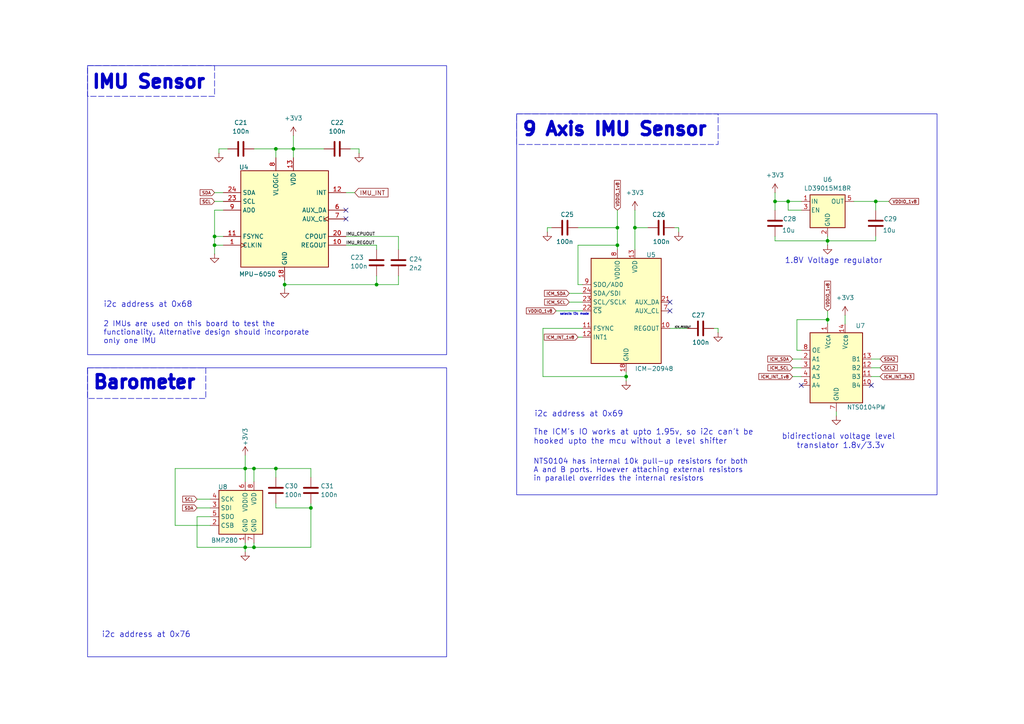
<source format=kicad_sch>
(kicad_sch
	(version 20231120)
	(generator "eeschema")
	(generator_version "8.0")
	(uuid "b50e096c-0e5a-4c24-9db7-5bcf8f5aa5ff")
	(paper "A4")
	(title_block
		(title "Sensors")
		(date "2025-03-12")
		(rev "v1.0")
		(company "Aadil Naji")
		(comment 1 "HERMES FLIGHT CONTROLER")
	)
	(lib_symbols
		(symbol "Device:C"
			(pin_numbers hide)
			(pin_names
				(offset 0.254)
			)
			(exclude_from_sim no)
			(in_bom yes)
			(on_board yes)
			(property "Reference" "C"
				(at 0.635 2.54 0)
				(effects
					(font
						(size 1.27 1.27)
					)
					(justify left)
				)
			)
			(property "Value" "C"
				(at 0.635 -2.54 0)
				(effects
					(font
						(size 1.27 1.27)
					)
					(justify left)
				)
			)
			(property "Footprint" ""
				(at 0.9652 -3.81 0)
				(effects
					(font
						(size 1.27 1.27)
					)
					(hide yes)
				)
			)
			(property "Datasheet" "~"
				(at 0 0 0)
				(effects
					(font
						(size 1.27 1.27)
					)
					(hide yes)
				)
			)
			(property "Description" "Unpolarized capacitor"
				(at 0 0 0)
				(effects
					(font
						(size 1.27 1.27)
					)
					(hide yes)
				)
			)
			(property "ki_keywords" "cap capacitor"
				(at 0 0 0)
				(effects
					(font
						(size 1.27 1.27)
					)
					(hide yes)
				)
			)
			(property "ki_fp_filters" "C_*"
				(at 0 0 0)
				(effects
					(font
						(size 1.27 1.27)
					)
					(hide yes)
				)
			)
			(symbol "C_0_1"
				(polyline
					(pts
						(xy -2.032 -0.762) (xy 2.032 -0.762)
					)
					(stroke
						(width 0.508)
						(type default)
					)
					(fill
						(type none)
					)
				)
				(polyline
					(pts
						(xy -2.032 0.762) (xy 2.032 0.762)
					)
					(stroke
						(width 0.508)
						(type default)
					)
					(fill
						(type none)
					)
				)
			)
			(symbol "C_1_1"
				(pin passive line
					(at 0 3.81 270)
					(length 2.794)
					(name "~"
						(effects
							(font
								(size 1.27 1.27)
							)
						)
					)
					(number "1"
						(effects
							(font
								(size 1.27 1.27)
							)
						)
					)
				)
				(pin passive line
					(at 0 -3.81 90)
					(length 2.794)
					(name "~"
						(effects
							(font
								(size 1.27 1.27)
							)
						)
					)
					(number "2"
						(effects
							(font
								(size 1.27 1.27)
							)
						)
					)
				)
			)
		)
		(symbol "NTS0104:NTS0104"
			(exclude_from_sim no)
			(in_bom yes)
			(on_board yes)
			(property "Reference" "U"
				(at 6.858 11.684 0)
				(effects
					(font
						(size 1.27 1.27)
					)
				)
			)
			(property "Value" "NTS0104"
				(at 7.112 -11.43 0)
				(effects
					(font
						(size 1.27 1.27)
					)
				)
			)
			(property "Footprint" ""
				(at 0 0 0)
				(effects
					(font
						(size 1.27 1.27)
					)
					(hide yes)
				)
			)
			(property "Datasheet" ""
				(at 0 0 0)
				(effects
					(font
						(size 1.27 1.27)
					)
					(hide yes)
				)
			)
			(property "Description" ""
				(at 0 0 0)
				(effects
					(font
						(size 1.27 1.27)
					)
					(hide yes)
				)
			)
			(symbol "NTS0104_0_1"
				(rectangle
					(start -7.62 10.16)
					(end 7.62 -10.16)
					(stroke
						(width 0.254)
						(type default)
					)
					(fill
						(type background)
					)
				)
			)
			(symbol "NTS0104_1_0"
				(pin no_connect line
					(at -7.62 -7.62 0)
					(length 2.54) hide
					(name "NC"
						(effects
							(font
								(size 1.27 1.27)
							)
						)
					)
					(number "6"
						(effects
							(font
								(size 1.27 1.27)
							)
						)
					)
				)
				(pin no_connect line
					(at 7.62 -7.62 180)
					(length 2.54) hide
					(name "NC"
						(effects
							(font
								(size 1.27 1.27)
							)
						)
					)
					(number "9"
						(effects
							(font
								(size 1.27 1.27)
							)
						)
					)
				)
			)
			(symbol "NTS0104_1_1"
				(text private "https://www.nxp.com/docs/en/data-sheet/NTS0104.pdf\n"
					(at 31.75 -14.986 0)
					(effects
						(font
							(size 1.27 1.27)
						)
					)
				)
				(pin power_in line
					(at -2.54 12.7 270)
					(length 2.54)
					(name "V_{CCA}"
						(effects
							(font
								(size 1.27 1.27)
							)
						)
					)
					(number "1"
						(effects
							(font
								(size 1.27 1.27)
							)
						)
					)
				)
				(pin bidirectional line
					(at 10.16 -5.08 180)
					(length 2.54)
					(name "B4"
						(effects
							(font
								(size 1.27 1.27)
							)
						)
					)
					(number "10"
						(effects
							(font
								(size 1.27 1.27)
							)
						)
					)
				)
				(pin bidirectional line
					(at 10.16 -2.54 180)
					(length 2.54)
					(name "B3"
						(effects
							(font
								(size 1.27 1.27)
							)
						)
					)
					(number "11"
						(effects
							(font
								(size 1.27 1.27)
							)
						)
					)
				)
				(pin bidirectional line
					(at 10.16 0 180)
					(length 2.54)
					(name "B2"
						(effects
							(font
								(size 1.27 1.27)
							)
						)
					)
					(number "12"
						(effects
							(font
								(size 1.27 1.27)
							)
						)
					)
				)
				(pin bidirectional line
					(at 10.16 2.54 180)
					(length 2.54)
					(name "B1"
						(effects
							(font
								(size 1.27 1.27)
							)
						)
					)
					(number "13"
						(effects
							(font
								(size 1.27 1.27)
							)
						)
					)
				)
				(pin power_in line
					(at 2.54 12.7 270)
					(length 2.54)
					(name "V_{CCB}"
						(effects
							(font
								(size 1.27 1.27)
							)
						)
					)
					(number "14"
						(effects
							(font
								(size 1.27 1.27)
							)
						)
					)
				)
				(pin bidirectional line
					(at -10.16 2.54 0)
					(length 2.54)
					(name "A1"
						(effects
							(font
								(size 1.27 1.27)
							)
						)
					)
					(number "2"
						(effects
							(font
								(size 1.27 1.27)
							)
						)
					)
				)
				(pin bidirectional line
					(at -10.16 0 0)
					(length 2.54)
					(name "A2"
						(effects
							(font
								(size 1.27 1.27)
							)
						)
					)
					(number "3"
						(effects
							(font
								(size 1.27 1.27)
							)
						)
					)
				)
				(pin bidirectional line
					(at -10.16 -2.54 0)
					(length 2.54)
					(name "A3"
						(effects
							(font
								(size 1.27 1.27)
							)
						)
					)
					(number "4"
						(effects
							(font
								(size 1.27 1.27)
							)
						)
					)
				)
				(pin bidirectional line
					(at -10.16 -5.08 0)
					(length 2.54)
					(name "A4"
						(effects
							(font
								(size 1.27 1.27)
							)
						)
					)
					(number "5"
						(effects
							(font
								(size 1.27 1.27)
							)
						)
					)
				)
				(pin power_in line
					(at 0 -12.7 90)
					(length 2.54)
					(name "GND"
						(effects
							(font
								(size 1.27 1.27)
							)
						)
					)
					(number "7"
						(effects
							(font
								(size 1.27 1.27)
							)
						)
					)
				)
				(pin input line
					(at -10.16 5.08 0)
					(length 2.54)
					(name "OE"
						(effects
							(font
								(size 1.27 1.27)
							)
						)
					)
					(number "8"
						(effects
							(font
								(size 1.27 1.27)
							)
						)
					)
				)
			)
		)
		(symbol "Regulator_Linear:LD39015M18R"
			(pin_names
				(offset 0.254)
			)
			(exclude_from_sim no)
			(in_bom yes)
			(on_board yes)
			(property "Reference" "U"
				(at -3.81 5.715 0)
				(effects
					(font
						(size 1.27 1.27)
					)
				)
			)
			(property "Value" "LD39015M18R"
				(at 0 5.715 0)
				(effects
					(font
						(size 1.27 1.27)
					)
					(justify left)
				)
			)
			(property "Footprint" "Package_TO_SOT_SMD:SOT-23-5"
				(at 0 8.255 0)
				(effects
					(font
						(size 1.27 1.27)
						(italic yes)
					)
					(hide yes)
				)
			)
			(property "Datasheet" "http://www.st.com/resource/en/datasheet/ld39015.pdf"
				(at 0 0 0)
				(effects
					(font
						(size 1.27 1.27)
					)
					(hide yes)
				)
			)
			(property "Description" "150mA low quiescent current low noise voltage regulator, Fixed Output 1.8V, SOT-23-5"
				(at 0 0 0)
				(effects
					(font
						(size 1.27 1.27)
					)
					(hide yes)
				)
			)
			(property "ki_keywords" "150mA LDO Regulator Fixed Positive"
				(at 0 0 0)
				(effects
					(font
						(size 1.27 1.27)
					)
					(hide yes)
				)
			)
			(property "ki_fp_filters" "SOT?23*"
				(at 0 0 0)
				(effects
					(font
						(size 1.27 1.27)
					)
					(hide yes)
				)
			)
			(symbol "LD39015M18R_0_1"
				(rectangle
					(start -5.08 4.445)
					(end 5.08 -5.08)
					(stroke
						(width 0.254)
						(type default)
					)
					(fill
						(type background)
					)
				)
			)
			(symbol "LD39015M18R_1_1"
				(pin power_in line
					(at -7.62 2.54 0)
					(length 2.54)
					(name "IN"
						(effects
							(font
								(size 1.27 1.27)
							)
						)
					)
					(number "1"
						(effects
							(font
								(size 1.27 1.27)
							)
						)
					)
				)
				(pin power_in line
					(at 0 -7.62 90)
					(length 2.54)
					(name "GND"
						(effects
							(font
								(size 1.27 1.27)
							)
						)
					)
					(number "2"
						(effects
							(font
								(size 1.27 1.27)
							)
						)
					)
				)
				(pin input line
					(at -7.62 0 0)
					(length 2.54)
					(name "EN"
						(effects
							(font
								(size 1.27 1.27)
							)
						)
					)
					(number "3"
						(effects
							(font
								(size 1.27 1.27)
							)
						)
					)
				)
				(pin no_connect line
					(at 5.08 0 180)
					(length 2.54) hide
					(name "NC"
						(effects
							(font
								(size 1.27 1.27)
							)
						)
					)
					(number "4"
						(effects
							(font
								(size 1.27 1.27)
							)
						)
					)
				)
				(pin power_out line
					(at 7.62 2.54 180)
					(length 2.54)
					(name "OUT"
						(effects
							(font
								(size 1.27 1.27)
							)
						)
					)
					(number "5"
						(effects
							(font
								(size 1.27 1.27)
							)
						)
					)
				)
			)
		)
		(symbol "Sensor_Motion:ICM-20948"
			(exclude_from_sim no)
			(in_bom yes)
			(on_board yes)
			(property "Reference" "U"
				(at -11.43 16.51 0)
				(effects
					(font
						(size 1.27 1.27)
					)
				)
			)
			(property "Value" "ICM-20948"
				(at 7.62 -16.51 0)
				(effects
					(font
						(size 1.27 1.27)
					)
				)
			)
			(property "Footprint" "Sensor_Motion:InvenSense_QFN-24_3x3mm_P0.4mm"
				(at 0 -25.4 0)
				(effects
					(font
						(size 1.27 1.27)
					)
					(hide yes)
				)
			)
			(property "Datasheet" "http://www.invensense.com/wp-content/uploads/2016/06/DS-000189-ICM-20948-v1.3.pdf"
				(at 0 -3.81 0)
				(effects
					(font
						(size 1.27 1.27)
					)
					(hide yes)
				)
			)
			(property "Description" "InvenSense 9-Axis Motion Sensor, Accelerometer, Gyroscope, Compass, I2C/SPI, QFN-24"
				(at 0 0 0)
				(effects
					(font
						(size 1.27 1.27)
					)
					(hide yes)
				)
			)
			(property "ki_keywords" "mems magnetometer"
				(at 0 0 0)
				(effects
					(font
						(size 1.27 1.27)
					)
					(hide yes)
				)
			)
			(property "ki_fp_filters" "InvenSense?QFN*3x3mm*P0.4mm*"
				(at 0 0 0)
				(effects
					(font
						(size 1.27 1.27)
					)
					(hide yes)
				)
			)
			(symbol "ICM-20948_0_1"
				(rectangle
					(start -10.16 15.24)
					(end 10.16 -15.24)
					(stroke
						(width 0.254)
						(type default)
					)
					(fill
						(type background)
					)
				)
			)
			(symbol "ICM-20948_1_1"
				(pin no_connect line
					(at -10.16 12.7 0)
					(length 2.54) hide
					(name "NC"
						(effects
							(font
								(size 1.27 1.27)
							)
						)
					)
					(number "1"
						(effects
							(font
								(size 1.27 1.27)
							)
						)
					)
				)
				(pin passive line
					(at 12.7 -5.08 180)
					(length 2.54)
					(name "REGOUT"
						(effects
							(font
								(size 1.27 1.27)
							)
						)
					)
					(number "10"
						(effects
							(font
								(size 1.27 1.27)
							)
						)
					)
				)
				(pin input line
					(at -12.7 -5.08 0)
					(length 2.54)
					(name "FSYNC"
						(effects
							(font
								(size 1.27 1.27)
							)
						)
					)
					(number "11"
						(effects
							(font
								(size 1.27 1.27)
							)
						)
					)
				)
				(pin output line
					(at -12.7 -7.62 0)
					(length 2.54)
					(name "INT1"
						(effects
							(font
								(size 1.27 1.27)
							)
						)
					)
					(number "12"
						(effects
							(font
								(size 1.27 1.27)
							)
						)
					)
				)
				(pin power_in line
					(at 2.54 17.78 270)
					(length 2.54)
					(name "VDD"
						(effects
							(font
								(size 1.27 1.27)
							)
						)
					)
					(number "13"
						(effects
							(font
								(size 1.27 1.27)
							)
						)
					)
				)
				(pin no_connect line
					(at 10.16 7.62 180)
					(length 2.54) hide
					(name "NC"
						(effects
							(font
								(size 1.27 1.27)
							)
						)
					)
					(number "14"
						(effects
							(font
								(size 1.27 1.27)
							)
						)
					)
				)
				(pin no_connect line
					(at 10.16 5.08 180)
					(length 2.54) hide
					(name "NC"
						(effects
							(font
								(size 1.27 1.27)
							)
						)
					)
					(number "15"
						(effects
							(font
								(size 1.27 1.27)
							)
						)
					)
				)
				(pin no_connect line
					(at 10.16 -7.62 180)
					(length 2.54) hide
					(name "NC"
						(effects
							(font
								(size 1.27 1.27)
							)
						)
					)
					(number "16"
						(effects
							(font
								(size 1.27 1.27)
							)
						)
					)
				)
				(pin no_connect line
					(at 10.16 -10.16 180)
					(length 2.54) hide
					(name "NC"
						(effects
							(font
								(size 1.27 1.27)
							)
						)
					)
					(number "17"
						(effects
							(font
								(size 1.27 1.27)
							)
						)
					)
				)
				(pin power_in line
					(at 0 -17.78 90)
					(length 2.54)
					(name "GND"
						(effects
							(font
								(size 1.27 1.27)
							)
						)
					)
					(number "18"
						(effects
							(font
								(size 1.27 1.27)
							)
						)
					)
				)
				(pin no_connect line
					(at 10.16 -12.7 180)
					(length 2.54) hide
					(name "RESV"
						(effects
							(font
								(size 1.27 1.27)
							)
						)
					)
					(number "19"
						(effects
							(font
								(size 1.27 1.27)
							)
						)
					)
				)
				(pin no_connect line
					(at -10.16 10.16 0)
					(length 2.54) hide
					(name "NC"
						(effects
							(font
								(size 1.27 1.27)
							)
						)
					)
					(number "2"
						(effects
							(font
								(size 1.27 1.27)
							)
						)
					)
				)
				(pin passive line
					(at 0 -17.78 90)
					(length 2.54) hide
					(name "GND"
						(effects
							(font
								(size 1.27 1.27)
							)
						)
					)
					(number "20"
						(effects
							(font
								(size 1.27 1.27)
							)
						)
					)
				)
				(pin bidirectional line
					(at 12.7 2.54 180)
					(length 2.54)
					(name "AUX_DA"
						(effects
							(font
								(size 1.27 1.27)
							)
						)
					)
					(number "21"
						(effects
							(font
								(size 1.27 1.27)
							)
						)
					)
				)
				(pin input line
					(at -12.7 0 0)
					(length 2.54)
					(name "~{CS}"
						(effects
							(font
								(size 1.27 1.27)
							)
						)
					)
					(number "22"
						(effects
							(font
								(size 1.27 1.27)
							)
						)
					)
				)
				(pin input line
					(at -12.7 2.54 0)
					(length 2.54)
					(name "SCL/SCLK"
						(effects
							(font
								(size 1.27 1.27)
							)
						)
					)
					(number "23"
						(effects
							(font
								(size 1.27 1.27)
							)
						)
					)
				)
				(pin bidirectional line
					(at -12.7 5.08 0)
					(length 2.54)
					(name "SDA/SDI"
						(effects
							(font
								(size 1.27 1.27)
							)
						)
					)
					(number "24"
						(effects
							(font
								(size 1.27 1.27)
							)
						)
					)
				)
				(pin no_connect line
					(at -10.16 -2.54 0)
					(length 2.54) hide
					(name "NC"
						(effects
							(font
								(size 1.27 1.27)
							)
						)
					)
					(number "3"
						(effects
							(font
								(size 1.27 1.27)
							)
						)
					)
				)
				(pin no_connect line
					(at -10.16 -10.16 0)
					(length 2.54) hide
					(name "NC"
						(effects
							(font
								(size 1.27 1.27)
							)
						)
					)
					(number "4"
						(effects
							(font
								(size 1.27 1.27)
							)
						)
					)
				)
				(pin no_connect line
					(at -10.16 -12.7 0)
					(length 2.54) hide
					(name "NC"
						(effects
							(font
								(size 1.27 1.27)
							)
						)
					)
					(number "5"
						(effects
							(font
								(size 1.27 1.27)
							)
						)
					)
				)
				(pin no_connect line
					(at 10.16 10.16 180)
					(length 2.54) hide
					(name "NC"
						(effects
							(font
								(size 1.27 1.27)
							)
						)
					)
					(number "6"
						(effects
							(font
								(size 1.27 1.27)
							)
						)
					)
				)
				(pin output line
					(at 12.7 0 180)
					(length 2.54)
					(name "AUX_CL"
						(effects
							(font
								(size 1.27 1.27)
							)
						)
					)
					(number "7"
						(effects
							(font
								(size 1.27 1.27)
							)
						)
					)
				)
				(pin power_in line
					(at -2.54 17.78 270)
					(length 2.54)
					(name "VDDIO"
						(effects
							(font
								(size 1.27 1.27)
							)
						)
					)
					(number "8"
						(effects
							(font
								(size 1.27 1.27)
							)
						)
					)
				)
				(pin bidirectional line
					(at -12.7 7.62 0)
					(length 2.54)
					(name "SDO/AD0"
						(effects
							(font
								(size 1.27 1.27)
							)
						)
					)
					(number "9"
						(effects
							(font
								(size 1.27 1.27)
							)
						)
					)
				)
			)
		)
		(symbol "Sensor_Motion:MPU-6050"
			(exclude_from_sim no)
			(in_bom yes)
			(on_board yes)
			(property "Reference" "U"
				(at -11.43 13.97 0)
				(effects
					(font
						(size 1.27 1.27)
					)
				)
			)
			(property "Value" "MPU-6050"
				(at 7.62 -15.24 0)
				(effects
					(font
						(size 1.27 1.27)
					)
				)
			)
			(property "Footprint" "Sensor_Motion:InvenSense_QFN-24_4x4mm_P0.5mm"
				(at 0 -20.32 0)
				(effects
					(font
						(size 1.27 1.27)
					)
					(hide yes)
				)
			)
			(property "Datasheet" "https://invensense.tdk.com/wp-content/uploads/2015/02/MPU-6000-Datasheet1.pdf"
				(at 0 -3.81 0)
				(effects
					(font
						(size 1.27 1.27)
					)
					(hide yes)
				)
			)
			(property "Description" "InvenSense 6-Axis Motion Sensor, Gyroscope, Accelerometer, I2C"
				(at 0 0 0)
				(effects
					(font
						(size 1.27 1.27)
					)
					(hide yes)
				)
			)
			(property "ki_keywords" "mems"
				(at 0 0 0)
				(effects
					(font
						(size 1.27 1.27)
					)
					(hide yes)
				)
			)
			(property "ki_fp_filters" "*QFN*4x4mm*P0.5mm*"
				(at 0 0 0)
				(effects
					(font
						(size 1.27 1.27)
					)
					(hide yes)
				)
			)
			(symbol "MPU-6050_0_0"
				(text ""
					(at 12.7 -2.54 0)
					(effects
						(font
							(size 1.27 1.27)
						)
					)
				)
			)
			(symbol "MPU-6050_0_1"
				(rectangle
					(start -12.7 13.97)
					(end 12.7 -13.97)
					(stroke
						(width 0.254)
						(type default)
					)
					(fill
						(type background)
					)
				)
			)
			(symbol "MPU-6050_1_1"
				(pin input clock
					(at -17.78 -7.62 0)
					(length 5.08)
					(name "CLKIN"
						(effects
							(font
								(size 1.27 1.27)
							)
						)
					)
					(number "1"
						(effects
							(font
								(size 1.27 1.27)
							)
						)
					)
				)
				(pin passive line
					(at 17.78 -7.62 180)
					(length 5.08)
					(name "REGOUT"
						(effects
							(font
								(size 1.27 1.27)
							)
						)
					)
					(number "10"
						(effects
							(font
								(size 1.27 1.27)
							)
						)
					)
				)
				(pin input line
					(at -17.78 -5.08 0)
					(length 5.08)
					(name "FSYNC"
						(effects
							(font
								(size 1.27 1.27)
							)
						)
					)
					(number "11"
						(effects
							(font
								(size 1.27 1.27)
							)
						)
					)
				)
				(pin output line
					(at 17.78 7.62 180)
					(length 5.08)
					(name "INT"
						(effects
							(font
								(size 1.27 1.27)
							)
						)
					)
					(number "12"
						(effects
							(font
								(size 1.27 1.27)
							)
						)
					)
				)
				(pin power_in line
					(at 2.54 17.78 270)
					(length 3.81)
					(name "VDD"
						(effects
							(font
								(size 1.27 1.27)
							)
						)
					)
					(number "13"
						(effects
							(font
								(size 1.27 1.27)
							)
						)
					)
				)
				(pin no_connect line
					(at -12.7 -10.16 0)
					(length 2.54) hide
					(name "NC"
						(effects
							(font
								(size 1.27 1.27)
							)
						)
					)
					(number "14"
						(effects
							(font
								(size 1.27 1.27)
							)
						)
					)
				)
				(pin no_connect line
					(at 12.7 12.7 180)
					(length 2.54) hide
					(name "NC"
						(effects
							(font
								(size 1.27 1.27)
							)
						)
					)
					(number "15"
						(effects
							(font
								(size 1.27 1.27)
							)
						)
					)
				)
				(pin no_connect line
					(at 12.7 10.16 180)
					(length 2.54) hide
					(name "NC"
						(effects
							(font
								(size 1.27 1.27)
							)
						)
					)
					(number "16"
						(effects
							(font
								(size 1.27 1.27)
							)
						)
					)
				)
				(pin no_connect line
					(at 12.7 5.08 180)
					(length 2.54) hide
					(name "NC"
						(effects
							(font
								(size 1.27 1.27)
							)
						)
					)
					(number "17"
						(effects
							(font
								(size 1.27 1.27)
							)
						)
					)
				)
				(pin power_in line
					(at 0 -17.78 90)
					(length 3.81)
					(name "GND"
						(effects
							(font
								(size 1.27 1.27)
							)
						)
					)
					(number "18"
						(effects
							(font
								(size 1.27 1.27)
							)
						)
					)
				)
				(pin no_connect line
					(at 12.7 -10.16 180)
					(length 2.54) hide
					(name "RESV"
						(effects
							(font
								(size 1.27 1.27)
							)
						)
					)
					(number "19"
						(effects
							(font
								(size 1.27 1.27)
							)
						)
					)
				)
				(pin no_connect line
					(at -12.7 12.7 0)
					(length 2.54) hide
					(name "NC"
						(effects
							(font
								(size 1.27 1.27)
							)
						)
					)
					(number "2"
						(effects
							(font
								(size 1.27 1.27)
							)
						)
					)
				)
				(pin passive line
					(at 17.78 -5.08 180)
					(length 5.08)
					(name "CPOUT"
						(effects
							(font
								(size 1.27 1.27)
							)
						)
					)
					(number "20"
						(effects
							(font
								(size 1.27 1.27)
							)
						)
					)
				)
				(pin no_connect line
					(at 12.7 -2.54 180)
					(length 2.54) hide
					(name "RESV"
						(effects
							(font
								(size 1.27 1.27)
							)
						)
					)
					(number "21"
						(effects
							(font
								(size 1.27 1.27)
							)
						)
					)
				)
				(pin no_connect line
					(at 12.7 -12.7 180)
					(length 2.54) hide
					(name "RESV"
						(effects
							(font
								(size 1.27 1.27)
							)
						)
					)
					(number "22"
						(effects
							(font
								(size 1.27 1.27)
							)
						)
					)
				)
				(pin input line
					(at -17.78 5.08 0)
					(length 5.08)
					(name "SCL"
						(effects
							(font
								(size 1.27 1.27)
							)
						)
					)
					(number "23"
						(effects
							(font
								(size 1.27 1.27)
							)
						)
					)
				)
				(pin bidirectional line
					(at -17.78 7.62 0)
					(length 5.08)
					(name "SDA"
						(effects
							(font
								(size 1.27 1.27)
							)
						)
					)
					(number "24"
						(effects
							(font
								(size 1.27 1.27)
							)
						)
					)
				)
				(pin no_connect line
					(at -12.7 10.16 0)
					(length 2.54) hide
					(name "NC"
						(effects
							(font
								(size 1.27 1.27)
							)
						)
					)
					(number "3"
						(effects
							(font
								(size 1.27 1.27)
							)
						)
					)
				)
				(pin no_connect line
					(at -12.7 0 0)
					(length 2.54) hide
					(name "NC"
						(effects
							(font
								(size 1.27 1.27)
							)
						)
					)
					(number "4"
						(effects
							(font
								(size 1.27 1.27)
							)
						)
					)
				)
				(pin no_connect line
					(at -12.7 -2.54 0)
					(length 2.54) hide
					(name "NC"
						(effects
							(font
								(size 1.27 1.27)
							)
						)
					)
					(number "5"
						(effects
							(font
								(size 1.27 1.27)
							)
						)
					)
				)
				(pin bidirectional line
					(at 17.78 2.54 180)
					(length 5.08)
					(name "AUX_DA"
						(effects
							(font
								(size 1.27 1.27)
							)
						)
					)
					(number "6"
						(effects
							(font
								(size 1.27 1.27)
							)
						)
					)
				)
				(pin output clock
					(at 17.78 0 180)
					(length 5.08)
					(name "AUX_CL"
						(effects
							(font
								(size 1.27 1.27)
							)
						)
					)
					(number "7"
						(effects
							(font
								(size 1.27 1.27)
							)
						)
					)
				)
				(pin power_in line
					(at -2.54 17.78 270)
					(length 3.81)
					(name "VLOGIC"
						(effects
							(font
								(size 1.27 1.27)
							)
						)
					)
					(number "8"
						(effects
							(font
								(size 1.27 1.27)
							)
						)
					)
				)
				(pin input line
					(at -17.78 2.54 0)
					(length 5.08)
					(name "AD0"
						(effects
							(font
								(size 1.27 1.27)
							)
						)
					)
					(number "9"
						(effects
							(font
								(size 1.27 1.27)
							)
						)
					)
				)
			)
		)
		(symbol "Sensor_Pressure:BMP280"
			(exclude_from_sim no)
			(in_bom yes)
			(on_board yes)
			(property "Reference" "U"
				(at -7.62 10.16 0)
				(effects
					(font
						(size 1.27 1.27)
					)
					(justify left top)
				)
			)
			(property "Value" "BMP280"
				(at 5.08 10.16 0)
				(effects
					(font
						(size 1.27 1.27)
					)
					(justify left top)
				)
			)
			(property "Footprint" "Package_LGA:Bosch_LGA-8_2x2.5mm_P0.65mm_ClockwisePinNumbering"
				(at 0 -17.78 0)
				(effects
					(font
						(size 1.27 1.27)
					)
					(hide yes)
				)
			)
			(property "Datasheet" "https://ae-bst.resource.bosch.com/media/_tech/media/datasheets/BST-BMP280-DS001.pdf"
				(at 0 0 0)
				(effects
					(font
						(size 1.27 1.27)
					)
					(hide yes)
				)
			)
			(property "Description" "Absolute Barometric Pressure Sensor, LGA-8"
				(at 0 0 0)
				(effects
					(font
						(size 1.27 1.27)
					)
					(hide yes)
				)
			)
			(property "ki_keywords" "I2C, SPI, pressure, temperature, sensor"
				(at 0 0 0)
				(effects
					(font
						(size 1.27 1.27)
					)
					(hide yes)
				)
			)
			(property "ki_fp_filters" "Bosch*LGA*2x2.5mm*P0.65mm*"
				(at 0 0 0)
				(effects
					(font
						(size 1.27 1.27)
					)
					(hide yes)
				)
			)
			(symbol "BMP280_0_1"
				(rectangle
					(start -7.62 -5.08)
					(end 5.08 7.62)
					(stroke
						(width 0.254)
						(type default)
					)
					(fill
						(type background)
					)
				)
			)
			(symbol "BMP280_1_1"
				(pin power_in line
					(at 0 -7.62 90)
					(length 2.54)
					(name "GND"
						(effects
							(font
								(size 1.27 1.27)
							)
						)
					)
					(number "1"
						(effects
							(font
								(size 1.27 1.27)
							)
						)
					)
				)
				(pin input line
					(at -10.16 -2.54 0)
					(length 2.54)
					(name "CSB"
						(effects
							(font
								(size 1.27 1.27)
							)
						)
					)
					(number "2"
						(effects
							(font
								(size 1.27 1.27)
							)
						)
					)
				)
				(pin bidirectional line
					(at -10.16 2.54 0)
					(length 2.54)
					(name "SDI"
						(effects
							(font
								(size 1.27 1.27)
							)
						)
					)
					(number "3"
						(effects
							(font
								(size 1.27 1.27)
							)
						)
					)
				)
				(pin input line
					(at -10.16 5.08 0)
					(length 2.54)
					(name "SCK"
						(effects
							(font
								(size 1.27 1.27)
							)
						)
					)
					(number "4"
						(effects
							(font
								(size 1.27 1.27)
							)
						)
					)
				)
				(pin bidirectional line
					(at -10.16 0 0)
					(length 2.54)
					(name "SDO"
						(effects
							(font
								(size 1.27 1.27)
							)
						)
					)
					(number "5"
						(effects
							(font
								(size 1.27 1.27)
							)
						)
					)
				)
				(pin power_in line
					(at 0 10.16 270)
					(length 2.54)
					(name "VDDIO"
						(effects
							(font
								(size 1.27 1.27)
							)
						)
					)
					(number "6"
						(effects
							(font
								(size 1.27 1.27)
							)
						)
					)
				)
				(pin power_in line
					(at 2.54 -7.62 90)
					(length 2.54)
					(name "GND"
						(effects
							(font
								(size 1.27 1.27)
							)
						)
					)
					(number "7"
						(effects
							(font
								(size 1.27 1.27)
							)
						)
					)
				)
				(pin power_in line
					(at 2.54 10.16 270)
					(length 2.54)
					(name "VDD"
						(effects
							(font
								(size 1.27 1.27)
							)
						)
					)
					(number "8"
						(effects
							(font
								(size 1.27 1.27)
							)
						)
					)
				)
			)
		)
		(symbol "power:+3V3"
			(power)
			(pin_numbers hide)
			(pin_names
				(offset 0) hide)
			(exclude_from_sim no)
			(in_bom yes)
			(on_board yes)
			(property "Reference" "#PWR"
				(at 0 -3.81 0)
				(effects
					(font
						(size 1.27 1.27)
					)
					(hide yes)
				)
			)
			(property "Value" "+3V3"
				(at 0 3.556 0)
				(effects
					(font
						(size 1.27 1.27)
					)
				)
			)
			(property "Footprint" ""
				(at 0 0 0)
				(effects
					(font
						(size 1.27 1.27)
					)
					(hide yes)
				)
			)
			(property "Datasheet" ""
				(at 0 0 0)
				(effects
					(font
						(size 1.27 1.27)
					)
					(hide yes)
				)
			)
			(property "Description" "Power symbol creates a global label with name \"+3V3\""
				(at 0 0 0)
				(effects
					(font
						(size 1.27 1.27)
					)
					(hide yes)
				)
			)
			(property "ki_keywords" "global power"
				(at 0 0 0)
				(effects
					(font
						(size 1.27 1.27)
					)
					(hide yes)
				)
			)
			(symbol "+3V3_0_1"
				(polyline
					(pts
						(xy -0.762 1.27) (xy 0 2.54)
					)
					(stroke
						(width 0)
						(type default)
					)
					(fill
						(type none)
					)
				)
				(polyline
					(pts
						(xy 0 0) (xy 0 2.54)
					)
					(stroke
						(width 0)
						(type default)
					)
					(fill
						(type none)
					)
				)
				(polyline
					(pts
						(xy 0 2.54) (xy 0.762 1.27)
					)
					(stroke
						(width 0)
						(type default)
					)
					(fill
						(type none)
					)
				)
			)
			(symbol "+3V3_1_1"
				(pin power_in line
					(at 0 0 90)
					(length 0)
					(name "~"
						(effects
							(font
								(size 1.27 1.27)
							)
						)
					)
					(number "1"
						(effects
							(font
								(size 1.27 1.27)
							)
						)
					)
				)
			)
		)
		(symbol "power:GND"
			(power)
			(pin_numbers hide)
			(pin_names
				(offset 0) hide)
			(exclude_from_sim no)
			(in_bom yes)
			(on_board yes)
			(property "Reference" "#PWR"
				(at 0 -6.35 0)
				(effects
					(font
						(size 1.27 1.27)
					)
					(hide yes)
				)
			)
			(property "Value" "GND"
				(at 0 -3.81 0)
				(effects
					(font
						(size 1.27 1.27)
					)
				)
			)
			(property "Footprint" ""
				(at 0 0 0)
				(effects
					(font
						(size 1.27 1.27)
					)
					(hide yes)
				)
			)
			(property "Datasheet" ""
				(at 0 0 0)
				(effects
					(font
						(size 1.27 1.27)
					)
					(hide yes)
				)
			)
			(property "Description" "Power symbol creates a global label with name \"GND\" , ground"
				(at 0 0 0)
				(effects
					(font
						(size 1.27 1.27)
					)
					(hide yes)
				)
			)
			(property "ki_keywords" "global power"
				(at 0 0 0)
				(effects
					(font
						(size 1.27 1.27)
					)
					(hide yes)
				)
			)
			(symbol "GND_0_1"
				(polyline
					(pts
						(xy 0 0) (xy 0 -1.27) (xy 1.27 -1.27) (xy 0 -2.54) (xy -1.27 -1.27) (xy 0 -1.27)
					)
					(stroke
						(width 0)
						(type default)
					)
					(fill
						(type none)
					)
				)
			)
			(symbol "GND_1_1"
				(pin power_in line
					(at 0 0 270)
					(length 0)
					(name "~"
						(effects
							(font
								(size 1.27 1.27)
							)
						)
					)
					(number "1"
						(effects
							(font
								(size 1.27 1.27)
							)
						)
					)
				)
			)
		)
	)
	(junction
		(at 73.66 135.89)
		(diameter 0)
		(color 0 0 0 0)
		(uuid "068d4d4b-cee5-47f0-ac9a-9b6ba3210c8c")
	)
	(junction
		(at 181.61 109.22)
		(diameter 0)
		(color 0 0 0 0)
		(uuid "20fb3d47-9d5e-4140-a9de-30f947922607")
	)
	(junction
		(at 80.01 135.89)
		(diameter 0)
		(color 0 0 0 0)
		(uuid "2a1ee07c-5036-43f2-a7a3-1ae039560ea4")
	)
	(junction
		(at 228.6 58.42)
		(diameter 0)
		(color 0 0 0 0)
		(uuid "32706aa2-ee6a-4424-88a0-ba7ab4a70624")
	)
	(junction
		(at 73.66 158.75)
		(diameter 0)
		(color 0 0 0 0)
		(uuid "3d44a9bf-a9ae-4792-88b1-2840768b9a2d")
	)
	(junction
		(at 254 58.42)
		(diameter 0)
		(color 0 0 0 0)
		(uuid "455f5166-96f4-4392-ac25-78d02555850a")
	)
	(junction
		(at 179.07 71.12)
		(diameter 0)
		(color 0 0 0 0)
		(uuid "4ff4c499-4061-4676-8094-98a0c4be3727")
	)
	(junction
		(at 184.15 66.04)
		(diameter 0)
		(color 0 0 0 0)
		(uuid "54bde0a3-457d-4d66-b9a2-3c61352b8f19")
	)
	(junction
		(at 240.03 92.71)
		(diameter 0)
		(color 0 0 0 0)
		(uuid "63904711-2b84-4226-85ea-a993e6403b74")
	)
	(junction
		(at 71.12 158.75)
		(diameter 0)
		(color 0 0 0 0)
		(uuid "7682dc65-7960-46d9-ad26-54033512cb72")
	)
	(junction
		(at 224.79 58.42)
		(diameter 0)
		(color 0 0 0 0)
		(uuid "79e1671c-2df8-486e-87a0-496e5c748a6f")
	)
	(junction
		(at 90.17 147.32)
		(diameter 0)
		(color 0 0 0 0)
		(uuid "7e2a4b6d-c3ed-49ed-8557-b359ee0f6ddd")
	)
	(junction
		(at 82.55 82.55)
		(diameter 0)
		(color 0 0 0 0)
		(uuid "84032939-0836-4e76-a9fe-b57039f2c01a")
	)
	(junction
		(at 71.12 135.89)
		(diameter 0)
		(color 0 0 0 0)
		(uuid "87416a97-fab7-4679-89af-2fa670b61146")
	)
	(junction
		(at 240.03 69.85)
		(diameter 0)
		(color 0 0 0 0)
		(uuid "96199768-24a2-43dd-a2ea-9af6ab0d023c")
	)
	(junction
		(at 62.23 71.12)
		(diameter 0)
		(color 0 0 0 0)
		(uuid "9b43e0ae-d3f0-40c7-a576-bff04c9b846f")
	)
	(junction
		(at 80.01 43.18)
		(diameter 0)
		(color 0 0 0 0)
		(uuid "a68557f6-2dc2-498a-9e0e-782126a8db5b")
	)
	(junction
		(at 179.07 66.04)
		(diameter 0)
		(color 0 0 0 0)
		(uuid "ba723ed5-3c91-4e87-aecd-6d109788b626")
	)
	(junction
		(at 109.22 82.55)
		(diameter 0)
		(color 0 0 0 0)
		(uuid "cb7c0b4e-fb20-433a-b43f-6288ec5b74b8")
	)
	(junction
		(at 85.09 43.18)
		(diameter 0)
		(color 0 0 0 0)
		(uuid "cc66b9dc-6cec-4dad-adde-0ca784d2720c")
	)
	(junction
		(at 62.23 68.58)
		(diameter 0)
		(color 0 0 0 0)
		(uuid "d945b228-bfe9-4267-9900-6faf66479f06")
	)
	(no_connect
		(at 252.73 111.76)
		(uuid "085acbab-de42-4a65-a8f8-a387d0a10f22")
	)
	(no_connect
		(at 100.33 60.96)
		(uuid "42a888c4-d497-46a6-ba77-e6ee4e87678b")
	)
	(no_connect
		(at 232.41 111.76)
		(uuid "4fd6f9ae-6213-4748-935d-49f49ab89001")
	)
	(no_connect
		(at 194.31 87.63)
		(uuid "89daa6d3-2d67-47be-82e2-de4a202bd20a")
	)
	(no_connect
		(at 100.33 63.5)
		(uuid "9f9fbfde-3d0b-4926-ab5a-1b15a0809841")
	)
	(no_connect
		(at 194.31 90.17)
		(uuid "b2c07dab-0374-47e3-ad46-0bd9573a4150")
	)
	(wire
		(pts
			(xy 85.09 43.18) (xy 85.09 45.72)
		)
		(stroke
			(width 0)
			(type default)
		)
		(uuid "03bda941-339e-4905-8a10-b7e34b712703")
	)
	(wire
		(pts
			(xy 240.03 92.71) (xy 240.03 93.98)
		)
		(stroke
			(width 0)
			(type default)
		)
		(uuid "07009566-fd81-48e8-94cb-a0aa12b478f1")
	)
	(wire
		(pts
			(xy 57.15 144.78) (xy 60.96 144.78)
		)
		(stroke
			(width 0)
			(type default)
		)
		(uuid "080e32f9-f14f-4bef-8cbd-2af83149a9cf")
	)
	(wire
		(pts
			(xy 252.73 106.68) (xy 255.27 106.68)
		)
		(stroke
			(width 0)
			(type default)
		)
		(uuid "09db7d77-64d5-486d-b7a5-abd5ba729de4")
	)
	(wire
		(pts
			(xy 115.57 80.01) (xy 115.57 82.55)
		)
		(stroke
			(width 0)
			(type default)
		)
		(uuid "0acc7aa1-6d4c-4f50-9599-96814a335a70")
	)
	(wire
		(pts
			(xy 158.75 66.04) (xy 158.75 67.31)
		)
		(stroke
			(width 0)
			(type default)
		)
		(uuid "0baf3dd5-3094-48c1-b2ed-5e8f5ef5af20")
	)
	(wire
		(pts
			(xy 254 68.58) (xy 254 69.85)
		)
		(stroke
			(width 0)
			(type default)
		)
		(uuid "0c36103c-2e78-4684-b427-d71e3f4ee510")
	)
	(wire
		(pts
			(xy 71.12 158.75) (xy 71.12 160.02)
		)
		(stroke
			(width 0)
			(type default)
		)
		(uuid "0c92e97f-e9df-432b-98dd-f2eea612425c")
	)
	(wire
		(pts
			(xy 85.09 43.18) (xy 93.98 43.18)
		)
		(stroke
			(width 0)
			(type default)
		)
		(uuid "0e398817-35d2-448d-ab96-4bc6ff94922c")
	)
	(wire
		(pts
			(xy 231.14 101.6) (xy 231.14 92.71)
		)
		(stroke
			(width 0)
			(type default)
		)
		(uuid "0e9896a0-71f1-417f-9090-b3734980be0b")
	)
	(wire
		(pts
			(xy 157.48 109.22) (xy 181.61 109.22)
		)
		(stroke
			(width 0)
			(type default)
		)
		(uuid "0f97e2a9-0181-450e-b30d-3a48e4717553")
	)
	(wire
		(pts
			(xy 71.12 135.89) (xy 73.66 135.89)
		)
		(stroke
			(width 0)
			(type default)
		)
		(uuid "10a0e686-cbd9-4016-8cd0-4fb18401a233")
	)
	(wire
		(pts
			(xy 179.07 66.04) (xy 179.07 71.12)
		)
		(stroke
			(width 0)
			(type default)
		)
		(uuid "13635e81-3f66-4324-a439-577a312fae92")
	)
	(wire
		(pts
			(xy 208.28 95.25) (xy 207.01 95.25)
		)
		(stroke
			(width 0)
			(type default)
		)
		(uuid "149f0aaa-db0b-4c6c-a96c-070763337fd0")
	)
	(wire
		(pts
			(xy 109.22 80.01) (xy 109.22 82.55)
		)
		(stroke
			(width 0)
			(type default)
		)
		(uuid "166d6b56-5498-413d-9b56-4163faca9f44")
	)
	(wire
		(pts
			(xy 71.12 135.89) (xy 71.12 139.7)
		)
		(stroke
			(width 0)
			(type default)
		)
		(uuid "17319837-5614-4bf8-beae-c0c001fc561b")
	)
	(wire
		(pts
			(xy 109.22 82.55) (xy 115.57 82.55)
		)
		(stroke
			(width 0)
			(type default)
		)
		(uuid "1976f88b-28a7-4ff4-82c3-9ac023793292")
	)
	(wire
		(pts
			(xy 71.12 158.75) (xy 73.66 158.75)
		)
		(stroke
			(width 0)
			(type default)
		)
		(uuid "1c6b5aa1-645e-486b-8d7c-53299b589531")
	)
	(wire
		(pts
			(xy 254 58.42) (xy 257.81 58.42)
		)
		(stroke
			(width 0)
			(type default)
		)
		(uuid "1f43c633-b62f-4082-b84b-c74643433585")
	)
	(wire
		(pts
			(xy 73.66 135.89) (xy 73.66 139.7)
		)
		(stroke
			(width 0)
			(type default)
		)
		(uuid "221d8182-b5b7-4448-8f96-72df4458c8ee")
	)
	(wire
		(pts
			(xy 85.09 39.37) (xy 85.09 43.18)
		)
		(stroke
			(width 0)
			(type default)
		)
		(uuid "245250d4-4efc-4f80-88ec-db8fe1f64b6f")
	)
	(wire
		(pts
			(xy 167.64 71.12) (xy 179.07 71.12)
		)
		(stroke
			(width 0)
			(type default)
		)
		(uuid "254c5019-2dfe-483c-97fe-22c02394711b")
	)
	(wire
		(pts
			(xy 229.87 104.14) (xy 232.41 104.14)
		)
		(stroke
			(width 0)
			(type default)
		)
		(uuid "2e3f6a1a-dea6-4255-ae5d-e0af6fb2764a")
	)
	(wire
		(pts
			(xy 73.66 158.75) (xy 90.17 158.75)
		)
		(stroke
			(width 0)
			(type default)
		)
		(uuid "306a8b2d-0188-4399-bddd-269870814819")
	)
	(wire
		(pts
			(xy 71.12 132.08) (xy 71.12 135.89)
		)
		(stroke
			(width 0)
			(type default)
		)
		(uuid "326e4236-44af-4d93-aa2f-72b0f4b153a8")
	)
	(wire
		(pts
			(xy 196.85 66.04) (xy 196.85 67.31)
		)
		(stroke
			(width 0)
			(type default)
		)
		(uuid "36756b3f-acac-4714-9535-d03a32ed3c0e")
	)
	(wire
		(pts
			(xy 82.55 81.28) (xy 82.55 82.55)
		)
		(stroke
			(width 0)
			(type default)
		)
		(uuid "3c0d565e-f325-4c1c-a148-46493e8a0241")
	)
	(wire
		(pts
			(xy 90.17 146.05) (xy 90.17 147.32)
		)
		(stroke
			(width 0)
			(type default)
		)
		(uuid "3c6eaab1-04cc-4e80-bc83-70791ac737f8")
	)
	(wire
		(pts
			(xy 63.5 43.18) (xy 66.04 43.18)
		)
		(stroke
			(width 0)
			(type default)
		)
		(uuid "3e9dec1e-027a-404c-94b1-002b3023b6f4")
	)
	(wire
		(pts
			(xy 208.28 96.52) (xy 208.28 95.25)
		)
		(stroke
			(width 0)
			(type default)
		)
		(uuid "42d2cf1d-319f-4087-a451-aeb22e9b4c1c")
	)
	(wire
		(pts
			(xy 228.6 58.42) (xy 232.41 58.42)
		)
		(stroke
			(width 0)
			(type default)
		)
		(uuid "43c846c2-f5f7-4354-be7d-0522b42d62d8")
	)
	(wire
		(pts
			(xy 64.77 60.96) (xy 62.23 60.96)
		)
		(stroke
			(width 0)
			(type default)
		)
		(uuid "44c2fe9a-a1ae-4f81-8f2a-0d31c8c4e0a2")
	)
	(wire
		(pts
			(xy 240.03 90.17) (xy 240.03 92.71)
		)
		(stroke
			(width 0)
			(type default)
		)
		(uuid "482e6dc6-d3ea-4cc7-96be-b4a684fec9f7")
	)
	(wire
		(pts
			(xy 115.57 72.39) (xy 115.57 68.58)
		)
		(stroke
			(width 0)
			(type default)
		)
		(uuid "48b78497-a725-4abf-9a17-dd44868c37fd")
	)
	(wire
		(pts
			(xy 90.17 147.32) (xy 90.17 158.75)
		)
		(stroke
			(width 0)
			(type default)
		)
		(uuid "4906b337-e0a7-4ca7-98f5-c972ce632093")
	)
	(wire
		(pts
			(xy 252.73 104.14) (xy 255.27 104.14)
		)
		(stroke
			(width 0)
			(type default)
		)
		(uuid "4ad66568-50a5-46f3-b25d-668c03bb85d5")
	)
	(wire
		(pts
			(xy 57.15 158.75) (xy 71.12 158.75)
		)
		(stroke
			(width 0)
			(type default)
		)
		(uuid "4d22d887-ed4b-41f1-8653-c7b5f8cd5971")
	)
	(wire
		(pts
			(xy 157.48 95.25) (xy 157.48 109.22)
		)
		(stroke
			(width 0)
			(type default)
		)
		(uuid "4dbb0395-d6d7-467c-b94f-d87bb1fc488d")
	)
	(wire
		(pts
			(xy 254 69.85) (xy 240.03 69.85)
		)
		(stroke
			(width 0)
			(type default)
		)
		(uuid "4f4c4a28-a97e-4dac-a1a5-0b07923bcff8")
	)
	(wire
		(pts
			(xy 247.65 58.42) (xy 254 58.42)
		)
		(stroke
			(width 0)
			(type default)
		)
		(uuid "5063f964-0403-45aa-b5db-53e6948c06af")
	)
	(wire
		(pts
			(xy 167.64 97.79) (xy 168.91 97.79)
		)
		(stroke
			(width 0)
			(type default)
		)
		(uuid "545e2062-5e7d-4de9-80ce-b050f20d3816")
	)
	(wire
		(pts
			(xy 115.57 68.58) (xy 100.33 68.58)
		)
		(stroke
			(width 0)
			(type default)
		)
		(uuid "54f8fc92-83c9-4df5-9c02-4e62ce1ca04b")
	)
	(wire
		(pts
			(xy 80.01 43.18) (xy 80.01 45.72)
		)
		(stroke
			(width 0)
			(type default)
		)
		(uuid "55186560-bda2-40a9-a431-6e81f32ac56c")
	)
	(wire
		(pts
			(xy 229.87 106.68) (xy 232.41 106.68)
		)
		(stroke
			(width 0)
			(type default)
		)
		(uuid "58bbb817-a884-4837-a00a-0606aa407b71")
	)
	(wire
		(pts
			(xy 62.23 71.12) (xy 64.77 71.12)
		)
		(stroke
			(width 0)
			(type default)
		)
		(uuid "5d2d4ce7-7658-4cba-95bf-66f8ae543d03")
	)
	(wire
		(pts
			(xy 71.12 157.48) (xy 71.12 158.75)
		)
		(stroke
			(width 0)
			(type default)
		)
		(uuid "5fe4aa6b-b05d-4e2e-bf6f-0cfe997d84ca")
	)
	(wire
		(pts
			(xy 82.55 82.55) (xy 109.22 82.55)
		)
		(stroke
			(width 0)
			(type default)
		)
		(uuid "61304929-e558-4e29-8229-05b7dd018033")
	)
	(wire
		(pts
			(xy 62.23 68.58) (xy 62.23 71.12)
		)
		(stroke
			(width 0)
			(type default)
		)
		(uuid "66b28dad-356e-4154-8efb-4d5426bc0d15")
	)
	(wire
		(pts
			(xy 165.1 87.63) (xy 168.91 87.63)
		)
		(stroke
			(width 0)
			(type default)
		)
		(uuid "68692612-ca33-4dff-a2d7-194a8cc51ab1")
	)
	(wire
		(pts
			(xy 229.87 109.22) (xy 232.41 109.22)
		)
		(stroke
			(width 0)
			(type default)
		)
		(uuid "68f83e65-b496-4af3-8422-e32bc9ef4beb")
	)
	(wire
		(pts
			(xy 80.01 147.32) (xy 80.01 146.05)
		)
		(stroke
			(width 0)
			(type default)
		)
		(uuid "69f82562-4d21-40ed-88c8-4f46dd57efd1")
	)
	(wire
		(pts
			(xy 109.22 71.12) (xy 109.22 72.39)
		)
		(stroke
			(width 0)
			(type default)
		)
		(uuid "6c6a3949-c50b-4f44-b51e-81eca7d8d85f")
	)
	(wire
		(pts
			(xy 160.02 66.04) (xy 158.75 66.04)
		)
		(stroke
			(width 0)
			(type default)
		)
		(uuid "6eaf4c5c-53f8-4503-8194-a4a19ce0f8dc")
	)
	(wire
		(pts
			(xy 224.79 58.42) (xy 224.79 60.96)
		)
		(stroke
			(width 0)
			(type default)
		)
		(uuid "72917b73-aa34-4a0e-81fa-b80369a72221")
	)
	(wire
		(pts
			(xy 60.96 152.4) (xy 50.8 152.4)
		)
		(stroke
			(width 0)
			(type default)
		)
		(uuid "76716f0f-0993-4a82-b9ca-b58a602b4632")
	)
	(wire
		(pts
			(xy 165.1 85.09) (xy 168.91 85.09)
		)
		(stroke
			(width 0)
			(type default)
		)
		(uuid "77c911fa-8f21-4c27-bbdb-2cdc4ef985fb")
	)
	(wire
		(pts
			(xy 57.15 147.32) (xy 60.96 147.32)
		)
		(stroke
			(width 0)
			(type default)
		)
		(uuid "7914f04c-24a4-4702-b359-17e773d6e02b")
	)
	(wire
		(pts
			(xy 184.15 66.04) (xy 184.15 72.39)
		)
		(stroke
			(width 0)
			(type default)
		)
		(uuid "7f6f5f35-be73-4e25-b689-2317c99d2245")
	)
	(wire
		(pts
			(xy 167.64 66.04) (xy 179.07 66.04)
		)
		(stroke
			(width 0)
			(type default)
		)
		(uuid "85774da8-d923-4417-a895-6d81f25db7f3")
	)
	(wire
		(pts
			(xy 62.23 58.42) (xy 64.77 58.42)
		)
		(stroke
			(width 0)
			(type default)
		)
		(uuid "86986b51-57a8-45bb-8650-3dc61b4a4227")
	)
	(wire
		(pts
			(xy 50.8 152.4) (xy 50.8 135.89)
		)
		(stroke
			(width 0)
			(type default)
		)
		(uuid "8765f00b-cd52-49ae-9b44-540f172f3ec9")
	)
	(wire
		(pts
			(xy 254 58.42) (xy 254 60.96)
		)
		(stroke
			(width 0)
			(type default)
		)
		(uuid "8c02f553-0c74-4f32-a77a-ba6e409b65da")
	)
	(wire
		(pts
			(xy 100.33 71.12) (xy 109.22 71.12)
		)
		(stroke
			(width 0)
			(type default)
		)
		(uuid "9351dc0a-0d33-4a54-8eca-1fce0ec565d2")
	)
	(wire
		(pts
			(xy 80.01 135.89) (xy 80.01 138.43)
		)
		(stroke
			(width 0)
			(type default)
		)
		(uuid "9e84f27d-ab31-4ddd-b30b-aa17c77e7596")
	)
	(wire
		(pts
			(xy 240.03 71.12) (xy 240.03 69.85)
		)
		(stroke
			(width 0)
			(type default)
		)
		(uuid "a317f66a-625b-4843-8c77-f0ea91da5022")
	)
	(wire
		(pts
			(xy 50.8 135.89) (xy 71.12 135.89)
		)
		(stroke
			(width 0)
			(type default)
		)
		(uuid "a59a5cbd-7382-4a89-acb7-bf71cd858b65")
	)
	(wire
		(pts
			(xy 232.41 60.96) (xy 228.6 60.96)
		)
		(stroke
			(width 0)
			(type default)
		)
		(uuid "aa71855c-1236-4882-9c33-9a4def5f0eb3")
	)
	(wire
		(pts
			(xy 231.14 92.71) (xy 240.03 92.71)
		)
		(stroke
			(width 0)
			(type default)
		)
		(uuid "ac6043fa-dc1d-4e39-b8a3-97d07484b725")
	)
	(wire
		(pts
			(xy 167.64 82.55) (xy 167.64 71.12)
		)
		(stroke
			(width 0)
			(type default)
		)
		(uuid "b1abe0e1-af00-4d52-afd6-8dc42f88a7c2")
	)
	(wire
		(pts
			(xy 80.01 43.18) (xy 85.09 43.18)
		)
		(stroke
			(width 0)
			(type default)
		)
		(uuid "b5d8c755-1e08-40b4-b348-85c8bf560c6d")
	)
	(wire
		(pts
			(xy 224.79 68.58) (xy 224.79 69.85)
		)
		(stroke
			(width 0)
			(type default)
		)
		(uuid "b67209f7-c0f1-41da-b48d-46a279be8ecc")
	)
	(wire
		(pts
			(xy 224.79 69.85) (xy 240.03 69.85)
		)
		(stroke
			(width 0)
			(type default)
		)
		(uuid "bc8cd3e1-a646-4642-9e7f-2620900a00a1")
	)
	(wire
		(pts
			(xy 194.31 95.25) (xy 199.39 95.25)
		)
		(stroke
			(width 0)
			(type default)
		)
		(uuid "bda5f026-4bb7-4a11-a614-3e5b07122e7f")
	)
	(wire
		(pts
			(xy 62.23 60.96) (xy 62.23 68.58)
		)
		(stroke
			(width 0)
			(type default)
		)
		(uuid "be859c59-5c04-46bf-8743-9ea0c8af0246")
	)
	(wire
		(pts
			(xy 181.61 107.95) (xy 181.61 109.22)
		)
		(stroke
			(width 0)
			(type default)
		)
		(uuid "c3ae98d3-024f-406d-90a2-5f503732ba2b")
	)
	(wire
		(pts
			(xy 60.96 149.86) (xy 57.15 149.86)
		)
		(stroke
			(width 0)
			(type default)
		)
		(uuid "c610dc75-9d13-4921-95ed-21f6838b18d6")
	)
	(wire
		(pts
			(xy 100.33 55.88) (xy 102.87 55.88)
		)
		(stroke
			(width 0)
			(type default)
		)
		(uuid "ccf351d9-a6b7-4d40-8324-20b9315c83ed")
	)
	(wire
		(pts
			(xy 224.79 55.88) (xy 224.79 58.42)
		)
		(stroke
			(width 0)
			(type default)
		)
		(uuid "cd895db6-31dc-4f05-a706-8360dd104e82")
	)
	(wire
		(pts
			(xy 80.01 135.89) (xy 90.17 135.89)
		)
		(stroke
			(width 0)
			(type default)
		)
		(uuid "cdc09e63-d44d-4776-8bd9-cbfd3e61d802")
	)
	(wire
		(pts
			(xy 179.07 71.12) (xy 179.07 72.39)
		)
		(stroke
			(width 0)
			(type default)
		)
		(uuid "d0fd0c1b-c2ee-479a-aa2d-8e46ab011559")
	)
	(wire
		(pts
			(xy 90.17 135.89) (xy 90.17 138.43)
		)
		(stroke
			(width 0)
			(type default)
		)
		(uuid "d790b285-b409-4515-8f7a-9d73b01e292e")
	)
	(wire
		(pts
			(xy 228.6 60.96) (xy 228.6 58.42)
		)
		(stroke
			(width 0)
			(type default)
		)
		(uuid "d79d2162-79e6-49c6-8a13-be9847947db8")
	)
	(wire
		(pts
			(xy 181.61 109.22) (xy 181.61 110.49)
		)
		(stroke
			(width 0)
			(type default)
		)
		(uuid "d8053b59-dec3-4a6d-907d-2de9c0ebb1bd")
	)
	(wire
		(pts
			(xy 73.66 157.48) (xy 73.66 158.75)
		)
		(stroke
			(width 0)
			(type default)
		)
		(uuid "d92ab237-006d-4c72-9bdc-682e06e13802")
	)
	(wire
		(pts
			(xy 252.73 109.22) (xy 255.27 109.22)
		)
		(stroke
			(width 0)
			(type default)
		)
		(uuid "db6e5588-fa28-4025-af2c-dda5f394cea0")
	)
	(wire
		(pts
			(xy 242.57 119.38) (xy 242.57 120.65)
		)
		(stroke
			(width 0)
			(type default)
		)
		(uuid "dbe1e319-a836-49b7-add4-5862feb4f570")
	)
	(wire
		(pts
			(xy 62.23 71.12) (xy 62.23 73.66)
		)
		(stroke
			(width 0)
			(type default)
		)
		(uuid "dd2ce196-70a4-4f23-9563-8e8340ce0d0d")
	)
	(wire
		(pts
			(xy 82.55 82.55) (xy 82.55 83.82)
		)
		(stroke
			(width 0)
			(type default)
		)
		(uuid "ddaaad91-2330-492e-a8d0-552aa476c93b")
	)
	(wire
		(pts
			(xy 195.58 66.04) (xy 196.85 66.04)
		)
		(stroke
			(width 0)
			(type default)
		)
		(uuid "e0239d3d-c5f1-4119-9224-9694916f72b5")
	)
	(wire
		(pts
			(xy 161.29 90.17) (xy 168.91 90.17)
		)
		(stroke
			(width 0)
			(type default)
		)
		(uuid "e0b5061f-e4e2-4cc3-9914-e7271ff84730")
	)
	(wire
		(pts
			(xy 73.66 43.18) (xy 80.01 43.18)
		)
		(stroke
			(width 0)
			(type default)
		)
		(uuid "e2104fb3-60ce-42d4-83f3-cef5086d5911")
	)
	(wire
		(pts
			(xy 179.07 60.96) (xy 179.07 66.04)
		)
		(stroke
			(width 0)
			(type default)
		)
		(uuid "e2843561-4b81-404d-92f9-5430875f561e")
	)
	(wire
		(pts
			(xy 184.15 60.96) (xy 184.15 66.04)
		)
		(stroke
			(width 0)
			(type default)
		)
		(uuid "e44a73ec-0c3f-4095-9434-679cf8b74ec2")
	)
	(wire
		(pts
			(xy 63.5 44.45) (xy 63.5 43.18)
		)
		(stroke
			(width 0)
			(type default)
		)
		(uuid "e9ab3a82-3ba7-45b6-bbd4-b2d6a5ed36c0")
	)
	(wire
		(pts
			(xy 240.03 68.58) (xy 240.03 69.85)
		)
		(stroke
			(width 0)
			(type default)
		)
		(uuid "ea01164f-d26c-45cd-a901-6d0e2abb19bd")
	)
	(wire
		(pts
			(xy 168.91 82.55) (xy 167.64 82.55)
		)
		(stroke
			(width 0)
			(type default)
		)
		(uuid "ebcd0711-849b-4dad-b749-b78b8d45d457")
	)
	(wire
		(pts
			(xy 57.15 149.86) (xy 57.15 158.75)
		)
		(stroke
			(width 0)
			(type default)
		)
		(uuid "ec98fa88-6ea4-4a82-9060-8c80bc3c7454")
	)
	(wire
		(pts
			(xy 62.23 68.58) (xy 64.77 68.58)
		)
		(stroke
			(width 0)
			(type default)
		)
		(uuid "f0950de3-9340-4eab-87c1-4343ab423f90")
	)
	(wire
		(pts
			(xy 245.11 91.44) (xy 245.11 93.98)
		)
		(stroke
			(width 0)
			(type default)
		)
		(uuid "f0e557e7-9594-437b-9b51-e8b848d9463d")
	)
	(wire
		(pts
			(xy 104.14 44.45) (xy 104.14 43.18)
		)
		(stroke
			(width 0)
			(type default)
		)
		(uuid "f37a5a0e-9d0d-4ab5-95ea-dcd0bbc7db42")
	)
	(wire
		(pts
			(xy 62.23 55.88) (xy 64.77 55.88)
		)
		(stroke
			(width 0)
			(type default)
		)
		(uuid "f3c772ef-451e-4d34-9613-9a7f67d410c3")
	)
	(wire
		(pts
			(xy 73.66 135.89) (xy 80.01 135.89)
		)
		(stroke
			(width 0)
			(type default)
		)
		(uuid "f495e746-9931-4826-a488-bb60853b58ff")
	)
	(wire
		(pts
			(xy 80.01 147.32) (xy 90.17 147.32)
		)
		(stroke
			(width 0)
			(type default)
		)
		(uuid "f51585c9-1ef7-414a-b75c-5421262f36e1")
	)
	(wire
		(pts
			(xy 224.79 58.42) (xy 228.6 58.42)
		)
		(stroke
			(width 0)
			(type default)
		)
		(uuid "f6bd1338-91df-46bd-ae1d-ad214c40df8e")
	)
	(wire
		(pts
			(xy 232.41 101.6) (xy 231.14 101.6)
		)
		(stroke
			(width 0)
			(type default)
		)
		(uuid "f7d16a72-70b5-4488-930b-bb624f76ce26")
	)
	(wire
		(pts
			(xy 101.6 43.18) (xy 104.14 43.18)
		)
		(stroke
			(width 0)
			(type default)
		)
		(uuid "fce341e0-35c0-49f1-be77-5d7b743b5dbd")
	)
	(wire
		(pts
			(xy 157.48 95.25) (xy 168.91 95.25)
		)
		(stroke
			(width 0)
			(type default)
		)
		(uuid "ff01d7b7-1d7d-42a1-8c1e-60b894ae46dc")
	)
	(wire
		(pts
			(xy 184.15 66.04) (xy 187.96 66.04)
		)
		(stroke
			(width 0)
			(type default)
		)
		(uuid "ff2e983e-aa5d-4ce2-8d76-0bb3d1f45366")
	)
	(rectangle
		(start 25.4 106.68)
		(end 129.54 190.5)
		(stroke
			(width 0)
			(type default)
		)
		(fill
			(type none)
		)
		(uuid 16bcb67c-6e72-45f4-87b2-1edc94a383b9)
	)
	(rectangle
		(start 25.4 106.68)
		(end 59.69 115.57)
		(stroke
			(width 0)
			(type dash)
		)
		(fill
			(type none)
		)
		(uuid 6f980456-389c-4488-93d0-6d60cc9e02ca)
	)
	(rectangle
		(start 25.4 19.05)
		(end 129.54 102.87)
		(stroke
			(width 0)
			(type default)
		)
		(fill
			(type none)
		)
		(uuid 7b44b19c-2ec8-4acb-8216-c592c6ef1b84)
	)
	(rectangle
		(start 149.86 33.02)
		(end 208.28 41.91)
		(stroke
			(width 0)
			(type dash)
		)
		(fill
			(type none)
		)
		(uuid bed342ce-97f6-4c00-861c-2ed299c6004c)
	)
	(rectangle
		(start 25.4 19.05)
		(end 62.23 27.94)
		(stroke
			(width 0)
			(type dash)
		)
		(fill
			(type none)
		)
		(uuid c6368865-e6d4-4781-8ef3-f3ae318b983a)
	)
	(rectangle
		(start 149.86 33.02)
		(end 271.78 143.51)
		(stroke
			(width 0)
			(type default)
		)
		(fill
			(type none)
		)
		(uuid f8e023f6-4ac9-4ccf-8218-f5c33e68b7a1)
	)
	(text "9 Axis IMU Sensor"
		(exclude_from_sim no)
		(at 178.308 37.592 0)
		(effects
			(font
				(size 3.81 3.81)
				(thickness 1.016)
				(bold yes)
			)
		)
		(uuid "0d0add85-d09d-4196-be86-d4a7d0eff064")
	)
	(text "i2c address at 0x76\n"
		(exclude_from_sim no)
		(at 42.418 184.15 0)
		(effects
			(font
				(size 1.651 1.651)
			)
		)
		(uuid "0ec6bb56-47c2-4b31-8835-b98485977a0d")
	)
	(text "1.8V Voltage regulator"
		(exclude_from_sim no)
		(at 227.584 75.692 0)
		(effects
			(font
				(size 1.651 1.651)
			)
			(justify left)
		)
		(uuid "1c506b2b-4af4-43b5-97dc-dd16e9dc0c88")
	)
	(text "2 IMUs are used on this board to test the\nfunctionality. Alternative design should incorporate \nonly one IMU"
		(exclude_from_sim no)
		(at 29.972 96.52 0)
		(effects
			(font
				(size 1.524 1.524)
			)
			(justify left)
		)
		(uuid "2e685afa-9059-4f07-a692-0d23791dc530")
	)
	(text "NTS0104 has internal 10k pull-up resistors for both\nA and B ports. However attaching external resistors \nin parallel overrides the internal resistors"
		(exclude_from_sim no)
		(at 154.686 136.398 0)
		(effects
			(font
				(size 1.524 1.524)
			)
			(justify left)
		)
		(uuid "3b560eea-bec1-4565-9ca0-22e27225775f")
	)
	(text "IMU Sensor"
		(exclude_from_sim no)
		(at 43.18 23.876 0)
		(effects
			(font
				(size 3.81 3.81)
				(thickness 1.016)
				(bold yes)
			)
		)
		(uuid "48d97ae7-a2e0-426d-8263-49ad237cd069")
	)
	(text "i2c address at 0x69"
		(exclude_from_sim no)
		(at 167.894 120.142 0)
		(effects
			(font
				(size 1.651 1.651)
			)
		)
		(uuid "51a143b8-98e6-4ea7-ae7a-ad0d77cbcf59")
	)
	(text "Barometer"
		(exclude_from_sim no)
		(at 41.91 110.998 0)
		(effects
			(font
				(size 3.81 3.81)
				(thickness 1.016)
				(bold yes)
			)
		)
		(uuid "9d3922b5-7000-4525-b78c-d372c81f798f")
	)
	(text "i2c address at 0x68"
		(exclude_from_sim no)
		(at 42.926 88.392 0)
		(effects
			(font
				(size 1.651 1.651)
			)
		)
		(uuid "a44a329c-64ca-4e29-b63a-8239378d3292")
	)
	(text "selects i2c mode"
		(exclude_from_sim no)
		(at 166.624 91.186 0)
		(effects
			(font
				(size 0.635 0.635)
			)
		)
		(uuid "aa939ea7-3631-4e83-8437-1f1b4a478aef")
	)
	(text "bidirectional voltage level \ntranslator 1.8v/3.3v"
		(exclude_from_sim no)
		(at 243.84 128.016 0)
		(effects
			(font
				(size 1.651 1.651)
			)
		)
		(uuid "d2c42b3d-f81b-4c6c-980b-9047e1d6f4fa")
	)
	(text "The ICM's IO works at upto 1.95v, so i2c can't be \nhooked upto the mcu without a level shifter"
		(exclude_from_sim no)
		(at 154.686 126.746 0)
		(effects
			(font
				(size 1.651 1.651)
			)
			(justify left)
		)
		(uuid "f6543466-8a0d-416a-83be-0da9eb73ad8c")
	)
	(label "IMU_CPUOUT"
		(at 100.33 68.58 0)
		(fields_autoplaced yes)
		(effects
			(font
				(size 0.889 0.889)
			)
			(justify left bottom)
		)
		(uuid "9709d221-24c8-467e-9932-681dac6efcdc")
	)
	(label "ICM_REGOUT"
		(at 195.58 95.25 0)
		(fields_autoplaced yes)
		(effects
			(font
				(size 0.508 0.508)
				(italic yes)
			)
			(justify left bottom)
		)
		(uuid "e794b457-a5d6-4b17-8949-949cf0f5eb40")
	)
	(label "IMU_REGOUT"
		(at 100.33 71.12 0)
		(fields_autoplaced yes)
		(effects
			(font
				(size 0.889 0.889)
			)
			(justify left bottom)
		)
		(uuid "f9538e7a-e1b7-41b3-8cef-df94cef68706")
	)
	(global_label "SDA"
		(shape input)
		(at 62.23 55.88 180)
		(fields_autoplaced yes)
		(effects
			(font
				(size 0.889 0.889)
			)
			(justify right)
		)
		(uuid "011ad425-f236-42f7-8cbe-d2546ec948df")
		(property "Intersheetrefs" "${INTERSHEET_REFS}"
			(at 57.6428 55.88 0)
			(effects
				(font
					(size 1.27 1.27)
				)
				(justify right)
				(hide yes)
			)
		)
	)
	(global_label "ICM_SCL"
		(shape input)
		(at 229.87 106.68 180)
		(fields_autoplaced yes)
		(effects
			(font
				(size 0.889 0.889)
			)
			(justify right)
		)
		(uuid "08bf7dfd-e878-4183-bfe9-c028b559a47e")
		(property "Intersheetrefs" "${INTERSHEET_REFS}"
			(at 222.3195 106.68 0)
			(effects
				(font
					(size 1.27 1.27)
				)
				(justify right)
				(hide yes)
			)
		)
	)
	(global_label "SCL2"
		(shape input)
		(at 255.27 106.68 0)
		(fields_autoplaced yes)
		(effects
			(font
				(size 0.889 0.889)
			)
			(justify left)
		)
		(uuid "10ddab94-448e-437f-850d-a70dec0d2f94")
		(property "Intersheetrefs" "${INTERSHEET_REFS}"
			(at 260.6616 106.68 0)
			(effects
				(font
					(size 1.27 1.27)
				)
				(justify left)
				(hide yes)
			)
		)
	)
	(global_label "SCL"
		(shape input)
		(at 62.23 58.42 180)
		(fields_autoplaced yes)
		(effects
			(font
				(size 0.889 0.889)
			)
			(justify right)
		)
		(uuid "2122bbd2-d5da-4414-932e-f6c3019acb6f")
		(property "Intersheetrefs" "${INTERSHEET_REFS}"
			(at 57.6851 58.42 0)
			(effects
				(font
					(size 1.27 1.27)
				)
				(justify right)
				(hide yes)
			)
		)
	)
	(global_label "SCL"
		(shape input)
		(at 57.15 144.78 180)
		(fields_autoplaced yes)
		(effects
			(font
				(size 0.889 0.889)
			)
			(justify right)
		)
		(uuid "2e282e2d-efae-45e6-80ff-eadece1e63d9")
		(property "Intersheetrefs" "${INTERSHEET_REFS}"
			(at 52.6051 144.78 0)
			(effects
				(font
					(size 1.27 1.27)
				)
				(justify right)
				(hide yes)
			)
		)
	)
	(global_label "ICM_INT_3v3"
		(shape input)
		(at 255.27 109.22 0)
		(fields_autoplaced yes)
		(effects
			(font
				(size 0.889 0.889)
			)
			(justify left)
		)
		(uuid "34c2eb47-713d-49c7-8a58-e1ffedaa7d2e")
		(property "Intersheetrefs" "${INTERSHEET_REFS}"
			(at 265.445 109.22 0)
			(effects
				(font
					(size 1.27 1.27)
				)
				(justify left)
				(hide yes)
			)
		)
	)
	(global_label "VDDIO_1v8"
		(shape input)
		(at 161.29 90.17 180)
		(fields_autoplaced yes)
		(effects
			(font
				(size 0.889 0.889)
			)
			(justify right)
		)
		(uuid "42a86794-1f04-47bd-906a-2b9331d742f9")
		(property "Intersheetrefs" "${INTERSHEET_REFS}"
			(at 152.2579 90.17 0)
			(effects
				(font
					(size 1.27 1.27)
				)
				(justify right)
				(hide yes)
			)
		)
	)
	(global_label "VDDIO_1v8"
		(shape input)
		(at 257.81 58.42 0)
		(fields_autoplaced yes)
		(effects
			(font
				(size 0.889 0.889)
			)
			(justify left)
		)
		(uuid "5f757351-8ac2-43e9-871f-8fbd17134277")
		(property "Intersheetrefs" "${INTERSHEET_REFS}"
			(at 266.8421 58.42 0)
			(effects
				(font
					(size 1.27 1.27)
				)
				(justify left)
				(hide yes)
			)
		)
	)
	(global_label "ICM_SCL"
		(shape input)
		(at 165.1 87.63 180)
		(fields_autoplaced yes)
		(effects
			(font
				(size 0.889 0.889)
			)
			(justify right)
		)
		(uuid "6ced77bd-4cc9-4140-a7e0-8b571fb599b3")
		(property "Intersheetrefs" "${INTERSHEET_REFS}"
			(at 157.5495 87.63 0)
			(effects
				(font
					(size 1.27 1.27)
				)
				(justify right)
				(hide yes)
			)
		)
	)
	(global_label "SDA"
		(shape input)
		(at 57.15 147.32 180)
		(fields_autoplaced yes)
		(effects
			(font
				(size 0.889 0.889)
			)
			(justify right)
		)
		(uuid "80748f96-8374-4a27-928c-e09781b99074")
		(property "Intersheetrefs" "${INTERSHEET_REFS}"
			(at 52.5628 147.32 0)
			(effects
				(font
					(size 1.27 1.27)
				)
				(justify right)
				(hide yes)
			)
		)
	)
	(global_label "IMU_INT"
		(shape input)
		(at 102.87 55.88 0)
		(fields_autoplaced yes)
		(effects
			(font
				(size 1.27 1.27)
			)
			(justify left)
		)
		(uuid "837f0817-57a1-43f5-8699-31508aded1d6")
		(property "Intersheetrefs" "${INTERSHEET_REFS}"
			(at 113.1124 55.88 0)
			(effects
				(font
					(size 1.27 1.27)
				)
				(justify left)
				(hide yes)
			)
		)
	)
	(global_label "SDA2"
		(shape input)
		(at 255.27 104.14 0)
		(fields_autoplaced yes)
		(effects
			(font
				(size 0.889 0.889)
			)
			(justify left)
		)
		(uuid "ab2aaa4a-f388-47d8-bbe0-03c53eb491fb")
		(property "Intersheetrefs" "${INTERSHEET_REFS}"
			(at 260.7039 104.14 0)
			(effects
				(font
					(size 1.27 1.27)
				)
				(justify left)
				(hide yes)
			)
		)
	)
	(global_label "ICM_INT_1v8"
		(shape input)
		(at 229.87 109.22 180)
		(fields_autoplaced yes)
		(effects
			(font
				(size 0.889 0.889)
			)
			(justify right)
		)
		(uuid "d461e255-8b56-4953-b81c-20dfa89d5ff2")
		(property "Intersheetrefs" "${INTERSHEET_REFS}"
			(at 219.695 109.22 0)
			(effects
				(font
					(size 1.27 1.27)
				)
				(justify right)
				(hide yes)
			)
		)
	)
	(global_label "ICM_INT_1v8"
		(shape input)
		(at 167.64 97.79 180)
		(fields_autoplaced yes)
		(effects
			(font
				(size 0.889 0.889)
			)
			(justify right)
		)
		(uuid "d62df05d-a0e8-4d0f-aaa2-7e0f9c66bd78")
		(property "Intersheetrefs" "${INTERSHEET_REFS}"
			(at 157.465 97.79 0)
			(effects
				(font
					(size 1.27 1.27)
				)
				(justify right)
				(hide yes)
			)
		)
	)
	(global_label "VDDIO_1v8"
		(shape input)
		(at 179.07 60.96 90)
		(fields_autoplaced yes)
		(effects
			(font
				(size 0.889 0.889)
			)
			(justify left)
		)
		(uuid "d9cbad7a-6d38-4fe9-991a-059c6d2d828a")
		(property "Intersheetrefs" "${INTERSHEET_REFS}"
			(at 179.07 51.9279 90)
			(effects
				(font
					(size 1.27 1.27)
				)
				(justify left)
				(hide yes)
			)
		)
	)
	(global_label "ICM_SDA"
		(shape input)
		(at 229.87 104.14 180)
		(fields_autoplaced yes)
		(effects
			(font
				(size 0.889 0.889)
			)
			(justify right)
		)
		(uuid "e55a148c-6544-46d8-9148-32c812d0d49b")
		(property "Intersheetrefs" "${INTERSHEET_REFS}"
			(at 222.2772 104.14 0)
			(effects
				(font
					(size 1.27 1.27)
				)
				(justify right)
				(hide yes)
			)
		)
	)
	(global_label "ICM_SDA"
		(shape input)
		(at 165.1 85.09 180)
		(fields_autoplaced yes)
		(effects
			(font
				(size 0.889 0.889)
			)
			(justify right)
		)
		(uuid "fa2efa42-58d0-4e98-aee7-7c5249b04496")
		(property "Intersheetrefs" "${INTERSHEET_REFS}"
			(at 157.5072 85.09 0)
			(effects
				(font
					(size 1.27 1.27)
				)
				(justify right)
				(hide yes)
			)
		)
	)
	(global_label "VDDIO_1v8"
		(shape input)
		(at 240.03 90.17 90)
		(fields_autoplaced yes)
		(effects
			(font
				(size 0.889 0.889)
			)
			(justify left)
		)
		(uuid "fd8bc2f5-f39f-4a64-bf61-c11ca8ef15fa")
		(property "Intersheetrefs" "${INTERSHEET_REFS}"
			(at 240.03 81.1379 90)
			(effects
				(font
					(size 1.27 1.27)
				)
				(justify left)
				(hide yes)
			)
		)
	)
	(symbol
		(lib_id "Device:C")
		(at 163.83 66.04 270)
		(mirror x)
		(unit 1)
		(exclude_from_sim no)
		(in_bom yes)
		(on_board yes)
		(dnp no)
		(uuid "027cc2bf-4919-4092-abed-a30f34977135")
		(property "Reference" "C25"
			(at 162.56 62.23 90)
			(effects
				(font
					(size 1.27 1.27)
				)
				(justify left)
			)
		)
		(property "Value" "100n"
			(at 161.29 70.104 90)
			(effects
				(font
					(size 1.27 1.27)
				)
				(justify left)
			)
		)
		(property "Footprint" "Capacitor_SMD:C_0402_1005Metric"
			(at 160.02 65.0748 0)
			(effects
				(font
					(size 1.27 1.27)
				)
				(hide yes)
			)
		)
		(property "Datasheet" "~"
			(at 163.83 66.04 0)
			(effects
				(font
					(size 1.27 1.27)
				)
				(hide yes)
			)
		)
		(property "Description" "Unpolarized capacitor"
			(at 163.83 66.04 0)
			(effects
				(font
					(size 1.27 1.27)
				)
				(hide yes)
			)
		)
		(pin "2"
			(uuid "f584d1fb-b95c-4f96-ab20-6de9cf5ed025")
		)
		(pin "1"
			(uuid "398a7083-85b6-45e3-bea3-7413e4587600")
		)
		(instances
			(project "HermesFC"
				(path "/7c1ac307-4d35-4291-88c2-548b52d0f9f3/ca1fa4d5-fec3-4081-a5d0-e17d3d85d04f"
					(reference "C25")
					(unit 1)
				)
			)
		)
	)
	(symbol
		(lib_id "power:+3V3")
		(at 71.12 132.08 0)
		(unit 1)
		(exclude_from_sim no)
		(in_bom yes)
		(on_board yes)
		(dnp no)
		(uuid "051120a0-0db7-4042-9f4d-89b36c95ba04")
		(property "Reference" "#PWR050"
			(at 71.12 135.89 0)
			(effects
				(font
					(size 1.27 1.27)
				)
				(hide yes)
			)
		)
		(property "Value" "+3V3"
			(at 71.12 126.746 90)
			(effects
				(font
					(size 1.27 1.27)
				)
			)
		)
		(property "Footprint" ""
			(at 71.12 132.08 0)
			(effects
				(font
					(size 1.27 1.27)
				)
				(hide yes)
			)
		)
		(property "Datasheet" ""
			(at 71.12 132.08 0)
			(effects
				(font
					(size 1.27 1.27)
				)
				(hide yes)
			)
		)
		(property "Description" "Power symbol creates a global label with name \"+3V3\""
			(at 71.12 132.08 0)
			(effects
				(font
					(size 1.27 1.27)
				)
				(hide yes)
			)
		)
		(pin "1"
			(uuid "985bd569-caa3-46ea-a122-df2cd6a8a618")
		)
		(instances
			(project "HermesFC"
				(path "/7c1ac307-4d35-4291-88c2-548b52d0f9f3/ca1fa4d5-fec3-4081-a5d0-e17d3d85d04f"
					(reference "#PWR050")
					(unit 1)
				)
			)
		)
	)
	(symbol
		(lib_id "power:+3V3")
		(at 184.15 60.96 0)
		(unit 1)
		(exclude_from_sim no)
		(in_bom yes)
		(on_board yes)
		(dnp no)
		(fields_autoplaced yes)
		(uuid "08979fc5-404c-4c37-b65f-6274486858ec")
		(property "Reference" "#PWR039"
			(at 184.15 64.77 0)
			(effects
				(font
					(size 1.27 1.27)
				)
				(hide yes)
			)
		)
		(property "Value" "+3V3"
			(at 184.15 55.88 0)
			(effects
				(font
					(size 1.27 1.27)
				)
			)
		)
		(property "Footprint" ""
			(at 184.15 60.96 0)
			(effects
				(font
					(size 1.27 1.27)
				)
				(hide yes)
			)
		)
		(property "Datasheet" ""
			(at 184.15 60.96 0)
			(effects
				(font
					(size 1.27 1.27)
				)
				(hide yes)
			)
		)
		(property "Description" "Power symbol creates a global label with name \"+3V3\""
			(at 184.15 60.96 0)
			(effects
				(font
					(size 1.27 1.27)
				)
				(hide yes)
			)
		)
		(pin "1"
			(uuid "7d927dc3-eece-470a-86a6-52a30e3e9c97")
		)
		(instances
			(project "HermesFC"
				(path "/7c1ac307-4d35-4291-88c2-548b52d0f9f3/ca1fa4d5-fec3-4081-a5d0-e17d3d85d04f"
					(reference "#PWR039")
					(unit 1)
				)
			)
		)
	)
	(symbol
		(lib_id "Device:C")
		(at 203.2 95.25 90)
		(unit 1)
		(exclude_from_sim no)
		(in_bom yes)
		(on_board yes)
		(dnp no)
		(uuid "1ea054b6-5e84-4bee-b316-8f08ad31376c")
		(property "Reference" "C27"
			(at 204.47 91.44 90)
			(effects
				(font
					(size 1.27 1.27)
				)
				(justify left)
			)
		)
		(property "Value" "100n"
			(at 205.74 99.314 90)
			(effects
				(font
					(size 1.27 1.27)
				)
				(justify left)
			)
		)
		(property "Footprint" "Capacitor_SMD:C_0402_1005Metric"
			(at 207.01 94.2848 0)
			(effects
				(font
					(size 1.27 1.27)
				)
				(hide yes)
			)
		)
		(property "Datasheet" "~"
			(at 203.2 95.25 0)
			(effects
				(font
					(size 1.27 1.27)
				)
				(hide yes)
			)
		)
		(property "Description" "Unpolarized capacitor"
			(at 203.2 95.25 0)
			(effects
				(font
					(size 1.27 1.27)
				)
				(hide yes)
			)
		)
		(pin "2"
			(uuid "5fe13d6c-26da-427d-81c4-c311766a8d7e")
		)
		(pin "1"
			(uuid "c8bb2f6a-e691-4abb-8ba7-503af48aa18f")
		)
		(instances
			(project "HermesFC"
				(path "/7c1ac307-4d35-4291-88c2-548b52d0f9f3/ca1fa4d5-fec3-4081-a5d0-e17d3d85d04f"
					(reference "C27")
					(unit 1)
				)
			)
		)
	)
	(symbol
		(lib_id "power:GND")
		(at 158.75 67.31 0)
		(mirror y)
		(unit 1)
		(exclude_from_sim no)
		(in_bom yes)
		(on_board yes)
		(dnp no)
		(fields_autoplaced yes)
		(uuid "218e669e-4318-42b1-a9ab-579f1de265f6")
		(property "Reference" "#PWR040"
			(at 158.75 73.66 0)
			(effects
				(font
					(size 1.27 1.27)
				)
				(hide yes)
			)
		)
		(property "Value" "GND"
			(at 158.75 72.39 0)
			(effects
				(font
					(size 1.27 1.27)
				)
				(hide yes)
			)
		)
		(property "Footprint" ""
			(at 158.75 67.31 0)
			(effects
				(font
					(size 1.27 1.27)
				)
				(hide yes)
			)
		)
		(property "Datasheet" ""
			(at 158.75 67.31 0)
			(effects
				(font
					(size 1.27 1.27)
				)
				(hide yes)
			)
		)
		(property "Description" "Power symbol creates a global label with name \"GND\" , ground"
			(at 158.75 67.31 0)
			(effects
				(font
					(size 1.27 1.27)
				)
				(hide yes)
			)
		)
		(pin "1"
			(uuid "39d805aa-0ba0-4e25-bb2b-c8f337d9282a")
		)
		(instances
			(project "HermesFC"
				(path "/7c1ac307-4d35-4291-88c2-548b52d0f9f3/ca1fa4d5-fec3-4081-a5d0-e17d3d85d04f"
					(reference "#PWR040")
					(unit 1)
				)
			)
		)
	)
	(symbol
		(lib_id "Sensor_Pressure:BMP280")
		(at 71.12 149.86 0)
		(unit 1)
		(exclude_from_sim no)
		(in_bom yes)
		(on_board yes)
		(dnp no)
		(uuid "48faf3d4-3adc-498a-8935-9dc6b527d4f7")
		(property "Reference" "U8"
			(at 63.246 141.224 0)
			(effects
				(font
					(size 1.27 1.27)
				)
				(justify left)
			)
		)
		(property "Value" "BMP280"
			(at 61.214 156.718 0)
			(effects
				(font
					(size 1.27 1.27)
				)
				(justify left)
			)
		)
		(property "Footprint" "Package_LGA:Bosch_LGA-8_2x2.5mm_P0.65mm_ClockwisePinNumbering"
			(at 71.12 167.64 0)
			(effects
				(font
					(size 1.27 1.27)
				)
				(hide yes)
			)
		)
		(property "Datasheet" "https://ae-bst.resource.bosch.com/media/_tech/media/datasheets/BST-BMP280-DS001.pdf"
			(at 71.12 149.86 0)
			(effects
				(font
					(size 1.27 1.27)
				)
				(hide yes)
			)
		)
		(property "Description" "Absolute Barometric Pressure Sensor, LGA-8"
			(at 71.12 149.86 0)
			(effects
				(font
					(size 1.27 1.27)
				)
				(hide yes)
			)
		)
		(pin "6"
			(uuid "5c702e93-c6f2-428a-be04-135affb4a4d8")
		)
		(pin "5"
			(uuid "5410806b-ea69-43bf-ae96-259df4ee45d5")
		)
		(pin "3"
			(uuid "eca6d9bf-91af-4eb0-b5a1-275367612dd9")
		)
		(pin "1"
			(uuid "1d2d0d7f-263b-49ad-8eb4-21666c3ba579")
		)
		(pin "2"
			(uuid "59f98785-8263-4f59-997b-4f6fc8515e5c")
		)
		(pin "8"
			(uuid "571177e0-029a-4a7b-ae29-8bb4316de1b5")
		)
		(pin "7"
			(uuid "2e95ca90-b347-4bea-912f-5746b833025f")
		)
		(pin "4"
			(uuid "ae9c46ef-5b4e-4a39-ab00-295290e11709")
		)
		(instances
			(project "HermesFC"
				(path "/7c1ac307-4d35-4291-88c2-548b52d0f9f3/ca1fa4d5-fec3-4081-a5d0-e17d3d85d04f"
					(reference "U8")
					(unit 1)
				)
			)
		)
	)
	(symbol
		(lib_id "Sensor_Motion:MPU-6050")
		(at 82.55 63.5 0)
		(unit 1)
		(exclude_from_sim no)
		(in_bom yes)
		(on_board yes)
		(dnp no)
		(uuid "49dd606b-2780-43d8-b1e6-791983befc2e")
		(property "Reference" "U4"
			(at 69.342 48.514 0)
			(effects
				(font
					(size 1.27 1.27)
				)
				(justify left)
			)
		)
		(property "Value" "MPU-6050"
			(at 69.342 79.502 0)
			(effects
				(font
					(size 1.27 1.27)
				)
				(justify left)
			)
		)
		(property "Footprint" "Sensor_Motion:InvenSense_QFN-24_4x4mm_P0.5mm"
			(at 82.55 83.82 0)
			(effects
				(font
					(size 1.27 1.27)
				)
				(hide yes)
			)
		)
		(property "Datasheet" "https://invensense.tdk.com/wp-content/uploads/2015/02/MPU-6000-Datasheet1.pdf"
			(at 82.55 67.31 0)
			(effects
				(font
					(size 1.27 1.27)
				)
				(hide yes)
			)
		)
		(property "Description" "InvenSense 6-Axis Motion Sensor, Gyroscope, Accelerometer, I2C"
			(at 82.55 63.5 0)
			(effects
				(font
					(size 1.27 1.27)
				)
				(hide yes)
			)
		)
		(pin "16"
			(uuid "ebaa34ca-5f34-4366-8331-568789c90346")
		)
		(pin "17"
			(uuid "e15d6d69-a831-489d-8de6-ef38f61ede63")
		)
		(pin "19"
			(uuid "3a0f1554-f6bc-46f7-905b-33f03a1c5932")
		)
		(pin "20"
			(uuid "5b27e91c-0284-4795-a70f-30438ec63206")
		)
		(pin "4"
			(uuid "ec69412c-e827-43e8-88f4-8aa70edb7dbf")
		)
		(pin "5"
			(uuid "84ccbade-c860-40ed-afb6-d49ce075b4cf")
		)
		(pin "6"
			(uuid "002b4d0b-0ca7-447b-b6cc-0984d7496dba")
		)
		(pin "7"
			(uuid "57ddd92f-d930-431d-a66a-8584bd61a99d")
		)
		(pin "8"
			(uuid "0e7f45d7-6870-4cf0-b24c-97533de28c0e")
		)
		(pin "9"
			(uuid "9bb04300-769c-4732-acbf-1653e160c0db")
		)
		(pin "10"
			(uuid "75ab52c2-69c8-4c7a-ba15-c93306d70790")
		)
		(pin "22"
			(uuid "fd41a932-675e-40e0-8927-93783af09ec9")
		)
		(pin "11"
			(uuid "7645290a-2530-4e7c-92c3-33bb7dcbefda")
		)
		(pin "13"
			(uuid "086c856c-6b19-4069-aae5-a16c77454469")
		)
		(pin "14"
			(uuid "062c22e7-9134-4a42-9914-73aff6e5b915")
		)
		(pin "18"
			(uuid "ea239121-f534-42f6-b2b0-c30f9d250f22")
		)
		(pin "15"
			(uuid "89ca51f7-36b0-45b2-b422-afc5fe2fbae5")
		)
		(pin "2"
			(uuid "fe6c0669-d7ae-4ba6-bb69-1d3082984953")
		)
		(pin "21"
			(uuid "17e8c0a0-8dd5-4bcb-895d-cb9def4254f1")
		)
		(pin "23"
			(uuid "f1ce05ad-2ce4-4e4c-8153-fedd737c2664")
		)
		(pin "24"
			(uuid "022f9a37-2166-4a26-a438-189be29262fc")
		)
		(pin "3"
			(uuid "d756c5b5-4678-42a4-b005-8e4c057567f2")
		)
		(pin "12"
			(uuid "63b73009-a7c5-41ce-9290-54b0f8177c62")
		)
		(pin "1"
			(uuid "39140036-1b74-4986-8b61-cdc8c4be439b")
		)
		(instances
			(project "HermesFC"
				(path "/7c1ac307-4d35-4291-88c2-548b52d0f9f3/ca1fa4d5-fec3-4081-a5d0-e17d3d85d04f"
					(reference "U4")
					(unit 1)
				)
			)
		)
	)
	(symbol
		(lib_id "Device:C")
		(at 80.01 142.24 0)
		(unit 1)
		(exclude_from_sim no)
		(in_bom yes)
		(on_board yes)
		(dnp no)
		(uuid "5070416b-a80c-497b-8ba3-f0af130dd257")
		(property "Reference" "C30"
			(at 82.55 140.97 0)
			(effects
				(font
					(size 1.27 1.27)
				)
				(justify left)
			)
		)
		(property "Value" "100n"
			(at 82.55 143.51 0)
			(effects
				(font
					(size 1.27 1.27)
				)
				(justify left)
			)
		)
		(property "Footprint" "Capacitor_SMD:C_0402_1005Metric"
			(at 80.9752 146.05 0)
			(effects
				(font
					(size 1.27 1.27)
				)
				(hide yes)
			)
		)
		(property "Datasheet" "~"
			(at 80.01 142.24 0)
			(effects
				(font
					(size 1.27 1.27)
				)
				(hide yes)
			)
		)
		(property "Description" "Unpolarized capacitor"
			(at 80.01 142.24 0)
			(effects
				(font
					(size 1.27 1.27)
				)
				(hide yes)
			)
		)
		(pin "2"
			(uuid "2786d0c0-31ad-4d57-9cbf-8067f926daa5")
		)
		(pin "1"
			(uuid "af95dfe1-23bd-4511-8fb1-cd0d387bf3cf")
		)
		(instances
			(project "HermesFC"
				(path "/7c1ac307-4d35-4291-88c2-548b52d0f9f3/ca1fa4d5-fec3-4081-a5d0-e17d3d85d04f"
					(reference "C30")
					(unit 1)
				)
			)
		)
	)
	(symbol
		(lib_id "power:GND")
		(at 82.55 83.82 0)
		(unit 1)
		(exclude_from_sim no)
		(in_bom yes)
		(on_board yes)
		(dnp no)
		(fields_autoplaced yes)
		(uuid "58acc16a-35bd-4a4d-bd1d-47ffcb345e54")
		(property "Reference" "#PWR043"
			(at 82.55 90.17 0)
			(effects
				(font
					(size 1.27 1.27)
				)
				(hide yes)
			)
		)
		(property "Value" "GND"
			(at 82.55 88.9 0)
			(effects
				(font
					(size 1.27 1.27)
				)
				(hide yes)
			)
		)
		(property "Footprint" ""
			(at 82.55 83.82 0)
			(effects
				(font
					(size 1.27 1.27)
				)
				(hide yes)
			)
		)
		(property "Datasheet" ""
			(at 82.55 83.82 0)
			(effects
				(font
					(size 1.27 1.27)
				)
				(hide yes)
			)
		)
		(property "Description" "Power symbol creates a global label with name \"GND\" , ground"
			(at 82.55 83.82 0)
			(effects
				(font
					(size 1.27 1.27)
				)
				(hide yes)
			)
		)
		(pin "1"
			(uuid "c269caa1-75a9-47fb-9d22-5317e95dcb3c")
		)
		(instances
			(project "HermesFC"
				(path "/7c1ac307-4d35-4291-88c2-548b52d0f9f3/ca1fa4d5-fec3-4081-a5d0-e17d3d85d04f"
					(reference "#PWR043")
					(unit 1)
				)
			)
		)
	)
	(symbol
		(lib_id "power:GND")
		(at 104.14 44.45 0)
		(unit 1)
		(exclude_from_sim no)
		(in_bom yes)
		(on_board yes)
		(dnp no)
		(fields_autoplaced yes)
		(uuid "5c708de0-cb85-42c0-9213-42e3303da5fc")
		(property "Reference" "#PWR038"
			(at 104.14 50.8 0)
			(effects
				(font
					(size 1.27 1.27)
				)
				(hide yes)
			)
		)
		(property "Value" "GND"
			(at 104.14 49.53 0)
			(effects
				(font
					(size 1.27 1.27)
				)
				(hide yes)
			)
		)
		(property "Footprint" ""
			(at 104.14 44.45 0)
			(effects
				(font
					(size 1.27 1.27)
				)
				(hide yes)
			)
		)
		(property "Datasheet" ""
			(at 104.14 44.45 0)
			(effects
				(font
					(size 1.27 1.27)
				)
				(hide yes)
			)
		)
		(property "Description" "Power symbol creates a global label with name \"GND\" , ground"
			(at 104.14 44.45 0)
			(effects
				(font
					(size 1.27 1.27)
				)
				(hide yes)
			)
		)
		(pin "1"
			(uuid "e206b6e6-eac1-442b-b69f-8d2e54c25a09")
		)
		(instances
			(project "HermesFC"
				(path "/7c1ac307-4d35-4291-88c2-548b52d0f9f3/ca1fa4d5-fec3-4081-a5d0-e17d3d85d04f"
					(reference "#PWR038")
					(unit 1)
				)
			)
		)
	)
	(symbol
		(lib_id "power:GND")
		(at 208.28 96.52 0)
		(unit 1)
		(exclude_from_sim no)
		(in_bom yes)
		(on_board yes)
		(dnp no)
		(fields_autoplaced yes)
		(uuid "6a911072-b468-4468-af4c-2b8a9927a5c3")
		(property "Reference" "#PWR046"
			(at 208.28 102.87 0)
			(effects
				(font
					(size 1.27 1.27)
				)
				(hide yes)
			)
		)
		(property "Value" "GND"
			(at 208.28 101.6 0)
			(effects
				(font
					(size 1.27 1.27)
				)
				(hide yes)
			)
		)
		(property "Footprint" ""
			(at 208.28 96.52 0)
			(effects
				(font
					(size 1.27 1.27)
				)
				(hide yes)
			)
		)
		(property "Datasheet" ""
			(at 208.28 96.52 0)
			(effects
				(font
					(size 1.27 1.27)
				)
				(hide yes)
			)
		)
		(property "Description" "Power symbol creates a global label with name \"GND\" , ground"
			(at 208.28 96.52 0)
			(effects
				(font
					(size 1.27 1.27)
				)
				(hide yes)
			)
		)
		(pin "1"
			(uuid "439459a3-4e8b-4c5f-a68c-b7257cbf7661")
		)
		(instances
			(project "HermesFC"
				(path "/7c1ac307-4d35-4291-88c2-548b52d0f9f3/ca1fa4d5-fec3-4081-a5d0-e17d3d85d04f"
					(reference "#PWR046")
					(unit 1)
				)
			)
		)
	)
	(symbol
		(lib_id "Device:C")
		(at 115.57 76.2 0)
		(unit 1)
		(exclude_from_sim no)
		(in_bom yes)
		(on_board yes)
		(dnp no)
		(uuid "6e4392fb-8640-412f-a948-1b4747149af4")
		(property "Reference" "C24"
			(at 118.618 75.184 0)
			(effects
				(font
					(size 1.27 1.27)
				)
				(justify left)
			)
		)
		(property "Value" "2n2"
			(at 118.618 77.724 0)
			(effects
				(font
					(size 1.27 1.27)
				)
				(justify left)
			)
		)
		(property "Footprint" "Capacitor_SMD:C_0603_1608Metric"
			(at 116.5352 80.01 0)
			(effects
				(font
					(size 1.27 1.27)
				)
				(hide yes)
			)
		)
		(property "Datasheet" "~"
			(at 115.57 76.2 0)
			(effects
				(font
					(size 1.27 1.27)
				)
				(hide yes)
			)
		)
		(property "Description" "Unpolarized capacitor"
			(at 115.57 76.2 0)
			(effects
				(font
					(size 1.27 1.27)
				)
				(hide yes)
			)
		)
		(pin "2"
			(uuid "9a4641d9-9d7a-4f08-85fc-8294ec8b4777")
		)
		(pin "1"
			(uuid "12218743-ae1f-429f-afa5-03029837e7b3")
		)
		(instances
			(project "HermesFC"
				(path "/7c1ac307-4d35-4291-88c2-548b52d0f9f3/ca1fa4d5-fec3-4081-a5d0-e17d3d85d04f"
					(reference "C24")
					(unit 1)
				)
			)
		)
	)
	(symbol
		(lib_id "power:+3V3")
		(at 85.09 39.37 0)
		(unit 1)
		(exclude_from_sim no)
		(in_bom yes)
		(on_board yes)
		(dnp no)
		(fields_autoplaced yes)
		(uuid "6f5a1263-e199-4d96-b45b-934ea114019f")
		(property "Reference" "#PWR036"
			(at 85.09 43.18 0)
			(effects
				(font
					(size 1.27 1.27)
				)
				(hide yes)
			)
		)
		(property "Value" "+3V3"
			(at 85.09 34.29 0)
			(effects
				(font
					(size 1.27 1.27)
				)
			)
		)
		(property "Footprint" ""
			(at 85.09 39.37 0)
			(effects
				(font
					(size 1.27 1.27)
				)
				(hide yes)
			)
		)
		(property "Datasheet" ""
			(at 85.09 39.37 0)
			(effects
				(font
					(size 1.27 1.27)
				)
				(hide yes)
			)
		)
		(property "Description" "Power symbol creates a global label with name \"+3V3\""
			(at 85.09 39.37 0)
			(effects
				(font
					(size 1.27 1.27)
				)
				(hide yes)
			)
		)
		(pin "1"
			(uuid "0e7cd33c-8edc-4b50-8c8a-e04c9cbf07ce")
		)
		(instances
			(project "HermesFC"
				(path "/7c1ac307-4d35-4291-88c2-548b52d0f9f3/ca1fa4d5-fec3-4081-a5d0-e17d3d85d04f"
					(reference "#PWR036")
					(unit 1)
				)
			)
		)
	)
	(symbol
		(lib_id "power:GND")
		(at 63.5 44.45 0)
		(unit 1)
		(exclude_from_sim no)
		(in_bom yes)
		(on_board yes)
		(dnp no)
		(fields_autoplaced yes)
		(uuid "73285cfc-3c20-4432-8095-dbf1b57405ad")
		(property "Reference" "#PWR037"
			(at 63.5 50.8 0)
			(effects
				(font
					(size 1.27 1.27)
				)
				(hide yes)
			)
		)
		(property "Value" "GND"
			(at 63.5 49.53 0)
			(effects
				(font
					(size 1.27 1.27)
				)
				(hide yes)
			)
		)
		(property "Footprint" ""
			(at 63.5 44.45 0)
			(effects
				(font
					(size 1.27 1.27)
				)
				(hide yes)
			)
		)
		(property "Datasheet" ""
			(at 63.5 44.45 0)
			(effects
				(font
					(size 1.27 1.27)
				)
				(hide yes)
			)
		)
		(property "Description" "Power symbol creates a global label with name \"GND\" , ground"
			(at 63.5 44.45 0)
			(effects
				(font
					(size 1.27 1.27)
				)
				(hide yes)
			)
		)
		(pin "1"
			(uuid "05238504-5f6a-4f1b-9c2b-3b409a43e7ef")
		)
		(instances
			(project "HermesFC"
				(path "/7c1ac307-4d35-4291-88c2-548b52d0f9f3/ca1fa4d5-fec3-4081-a5d0-e17d3d85d04f"
					(reference "#PWR037")
					(unit 1)
				)
			)
		)
	)
	(symbol
		(lib_id "Device:C")
		(at 69.85 43.18 90)
		(unit 1)
		(exclude_from_sim no)
		(in_bom yes)
		(on_board yes)
		(dnp no)
		(fields_autoplaced yes)
		(uuid "7af35223-eb42-4485-92d0-9bc0b1e7c78d")
		(property "Reference" "C21"
			(at 69.85 35.56 90)
			(effects
				(font
					(size 1.27 1.27)
				)
			)
		)
		(property "Value" "100n"
			(at 69.85 38.1 90)
			(effects
				(font
					(size 1.27 1.27)
				)
			)
		)
		(property "Footprint" "Capacitor_SMD:C_0402_1005Metric"
			(at 73.66 42.2148 0)
			(effects
				(font
					(size 1.27 1.27)
				)
				(hide yes)
			)
		)
		(property "Datasheet" "~"
			(at 69.85 43.18 0)
			(effects
				(font
					(size 1.27 1.27)
				)
				(hide yes)
			)
		)
		(property "Description" "Unpolarized capacitor"
			(at 69.85 43.18 0)
			(effects
				(font
					(size 1.27 1.27)
				)
				(hide yes)
			)
		)
		(pin "2"
			(uuid "14a41ef0-9250-46ba-b568-616be651b294")
		)
		(pin "1"
			(uuid "32a4b4be-1e0a-404c-bc39-06ee5b6a1594")
		)
		(instances
			(project "HermesFC"
				(path "/7c1ac307-4d35-4291-88c2-548b52d0f9f3/ca1fa4d5-fec3-4081-a5d0-e17d3d85d04f"
					(reference "C21")
					(unit 1)
				)
			)
		)
	)
	(symbol
		(lib_id "Device:C")
		(at 191.77 66.04 90)
		(unit 1)
		(exclude_from_sim no)
		(in_bom yes)
		(on_board yes)
		(dnp no)
		(uuid "83d08834-7d92-43ff-aad4-df8d049c238c")
		(property "Reference" "C26"
			(at 193.04 62.23 90)
			(effects
				(font
					(size 1.27 1.27)
				)
				(justify left)
			)
		)
		(property "Value" "100n"
			(at 194.31 70.104 90)
			(effects
				(font
					(size 1.27 1.27)
				)
				(justify left)
			)
		)
		(property "Footprint" "Capacitor_SMD:C_0402_1005Metric"
			(at 195.58 65.0748 0)
			(effects
				(font
					(size 1.27 1.27)
				)
				(hide yes)
			)
		)
		(property "Datasheet" "~"
			(at 191.77 66.04 0)
			(effects
				(font
					(size 1.27 1.27)
				)
				(hide yes)
			)
		)
		(property "Description" "Unpolarized capacitor"
			(at 191.77 66.04 0)
			(effects
				(font
					(size 1.27 1.27)
				)
				(hide yes)
			)
		)
		(pin "2"
			(uuid "2f7c9ac1-af37-4ee5-af0f-2999716ad419")
		)
		(pin "1"
			(uuid "bdaac232-643e-46b2-ba91-6aa28f222165")
		)
		(instances
			(project "HermesFC"
				(path "/7c1ac307-4d35-4291-88c2-548b52d0f9f3/ca1fa4d5-fec3-4081-a5d0-e17d3d85d04f"
					(reference "C26")
					(unit 1)
				)
			)
		)
	)
	(symbol
		(lib_id "Device:C")
		(at 97.79 43.18 90)
		(unit 1)
		(exclude_from_sim no)
		(in_bom yes)
		(on_board yes)
		(dnp no)
		(fields_autoplaced yes)
		(uuid "894ac101-8217-4ce8-a032-7144450ffae6")
		(property "Reference" "C22"
			(at 97.79 35.56 90)
			(effects
				(font
					(size 1.27 1.27)
				)
			)
		)
		(property "Value" "100n"
			(at 97.79 38.1 90)
			(effects
				(font
					(size 1.27 1.27)
				)
			)
		)
		(property "Footprint" "Capacitor_SMD:C_0402_1005Metric"
			(at 101.6 42.2148 0)
			(effects
				(font
					(size 1.27 1.27)
				)
				(hide yes)
			)
		)
		(property "Datasheet" "~"
			(at 97.79 43.18 0)
			(effects
				(font
					(size 1.27 1.27)
				)
				(hide yes)
			)
		)
		(property "Description" "Unpolarized capacitor"
			(at 97.79 43.18 0)
			(effects
				(font
					(size 1.27 1.27)
				)
				(hide yes)
			)
		)
		(pin "2"
			(uuid "97bbba4e-833c-425d-b07e-712ff3a9c7b7")
		)
		(pin "1"
			(uuid "93906f20-2645-42ca-8d57-ed8bd3ec838d")
		)
		(instances
			(project "HermesFC"
				(path "/7c1ac307-4d35-4291-88c2-548b52d0f9f3/ca1fa4d5-fec3-4081-a5d0-e17d3d85d04f"
					(reference "C22")
					(unit 1)
				)
			)
		)
	)
	(symbol
		(lib_id "Device:C")
		(at 224.79 64.77 0)
		(unit 1)
		(exclude_from_sim no)
		(in_bom yes)
		(on_board yes)
		(dnp no)
		(uuid "9b2b047f-2869-4109-9424-d2c08572fc44")
		(property "Reference" "C28"
			(at 227.076 63.5 0)
			(effects
				(font
					(size 1.27 1.27)
				)
				(justify left)
			)
		)
		(property "Value" "10u"
			(at 226.822 66.802 0)
			(effects
				(font
					(size 1.27 1.27)
				)
				(justify left)
			)
		)
		(property "Footprint" "Capacitor_SMD:C_0603_1608Metric"
			(at 225.7552 68.58 0)
			(effects
				(font
					(size 1.27 1.27)
				)
				(hide yes)
			)
		)
		(property "Datasheet" "~"
			(at 224.79 64.77 0)
			(effects
				(font
					(size 1.27 1.27)
				)
				(hide yes)
			)
		)
		(property "Description" "Unpolarized capacitor"
			(at 224.79 64.77 0)
			(effects
				(font
					(size 1.27 1.27)
				)
				(hide yes)
			)
		)
		(pin "2"
			(uuid "5cc9b9a9-cbed-4b58-89c1-5745642e1e5e")
		)
		(pin "1"
			(uuid "70d3cb8e-27d8-42fe-92b9-5c11127cc2a0")
		)
		(instances
			(project "HermesFC"
				(path "/7c1ac307-4d35-4291-88c2-548b52d0f9f3/ca1fa4d5-fec3-4081-a5d0-e17d3d85d04f"
					(reference "C28")
					(unit 1)
				)
			)
		)
	)
	(symbol
		(lib_id "power:GND")
		(at 240.03 71.12 0)
		(unit 1)
		(exclude_from_sim no)
		(in_bom yes)
		(on_board yes)
		(dnp no)
		(fields_autoplaced yes)
		(uuid "a22be45a-1695-4748-bb2d-ab9d7640ffe7")
		(property "Reference" "#PWR047"
			(at 240.03 77.47 0)
			(effects
				(font
					(size 1.27 1.27)
				)
				(hide yes)
			)
		)
		(property "Value" "GND"
			(at 240.03 76.2 0)
			(effects
				(font
					(size 1.27 1.27)
				)
				(hide yes)
			)
		)
		(property "Footprint" ""
			(at 240.03 71.12 0)
			(effects
				(font
					(size 1.27 1.27)
				)
				(hide yes)
			)
		)
		(property "Datasheet" ""
			(at 240.03 71.12 0)
			(effects
				(font
					(size 1.27 1.27)
				)
				(hide yes)
			)
		)
		(property "Description" "Power symbol creates a global label with name \"GND\" , ground"
			(at 240.03 71.12 0)
			(effects
				(font
					(size 1.27 1.27)
				)
				(hide yes)
			)
		)
		(pin "1"
			(uuid "0eb2fe9c-6a35-4e6b-9db5-95661ab66ab0")
		)
		(instances
			(project "HermesFC"
				(path "/7c1ac307-4d35-4291-88c2-548b52d0f9f3/ca1fa4d5-fec3-4081-a5d0-e17d3d85d04f"
					(reference "#PWR047")
					(unit 1)
				)
			)
		)
	)
	(symbol
		(lib_id "Device:C")
		(at 254 64.77 0)
		(unit 1)
		(exclude_from_sim no)
		(in_bom yes)
		(on_board yes)
		(dnp no)
		(uuid "a740b92e-f151-439d-ae2b-418e2d3d8cae")
		(property "Reference" "C29"
			(at 256.286 63.5 0)
			(effects
				(font
					(size 1.27 1.27)
				)
				(justify left)
			)
		)
		(property "Value" "10u"
			(at 256.032 66.802 0)
			(effects
				(font
					(size 1.27 1.27)
				)
				(justify left)
			)
		)
		(property "Footprint" "Capacitor_SMD:C_0603_1608Metric"
			(at 254.9652 68.58 0)
			(effects
				(font
					(size 1.27 1.27)
				)
				(hide yes)
			)
		)
		(property "Datasheet" "~"
			(at 254 64.77 0)
			(effects
				(font
					(size 1.27 1.27)
				)
				(hide yes)
			)
		)
		(property "Description" "Unpolarized capacitor"
			(at 254 64.77 0)
			(effects
				(font
					(size 1.27 1.27)
				)
				(hide yes)
			)
		)
		(pin "2"
			(uuid "4a449d9f-b8de-4167-86df-3213e465b626")
		)
		(pin "1"
			(uuid "ab03917f-9b99-4838-9769-34f7599d4189")
		)
		(instances
			(project "HermesFC"
				(path "/7c1ac307-4d35-4291-88c2-548b52d0f9f3/ca1fa4d5-fec3-4081-a5d0-e17d3d85d04f"
					(reference "C29")
					(unit 1)
				)
			)
		)
	)
	(symbol
		(lib_id "Device:C")
		(at 109.22 76.2 0)
		(unit 1)
		(exclude_from_sim no)
		(in_bom yes)
		(on_board yes)
		(dnp no)
		(uuid "a7aa3a52-42cf-4205-95aa-3858e5d33c30")
		(property "Reference" "C23"
			(at 101.6 74.676 0)
			(effects
				(font
					(size 1.27 1.27)
				)
				(justify left)
			)
		)
		(property "Value" "100n"
			(at 101.6 77.216 0)
			(effects
				(font
					(size 1.27 1.27)
				)
				(justify left)
			)
		)
		(property "Footprint" "Capacitor_SMD:C_0402_1005Metric"
			(at 110.1852 80.01 0)
			(effects
				(font
					(size 1.27 1.27)
				)
				(hide yes)
			)
		)
		(property "Datasheet" "~"
			(at 109.22 76.2 0)
			(effects
				(font
					(size 1.27 1.27)
				)
				(hide yes)
			)
		)
		(property "Description" "Unpolarized capacitor"
			(at 109.22 76.2 0)
			(effects
				(font
					(size 1.27 1.27)
				)
				(hide yes)
			)
		)
		(pin "2"
			(uuid "731082ac-cc60-4f32-8803-b42d3632eed7")
		)
		(pin "1"
			(uuid "fae7e1b2-d358-4b12-abc8-ab0e0abbd4ad")
		)
		(instances
			(project "HermesFC"
				(path "/7c1ac307-4d35-4291-88c2-548b52d0f9f3/ca1fa4d5-fec3-4081-a5d0-e17d3d85d04f"
					(reference "C23")
					(unit 1)
				)
			)
		)
	)
	(symbol
		(lib_id "Sensor_Motion:ICM-20948")
		(at 181.61 90.17 0)
		(unit 1)
		(exclude_from_sim no)
		(in_bom yes)
		(on_board yes)
		(dnp no)
		(uuid "be797d87-9cbf-408f-98e0-aa786e48ae46")
		(property "Reference" "U5"
			(at 187.452 73.914 0)
			(effects
				(font
					(size 1.27 1.27)
				)
				(justify left)
			)
		)
		(property "Value" "ICM-20948"
			(at 184.15 106.934 0)
			(effects
				(font
					(size 1.27 1.27)
				)
				(justify left)
			)
		)
		(property "Footprint" "Sensor_Motion:InvenSense_QFN-24_3x3mm_P0.4mm"
			(at 181.61 115.57 0)
			(effects
				(font
					(size 1.27 1.27)
				)
				(hide yes)
			)
		)
		(property "Datasheet" "http://www.invensense.com/wp-content/uploads/2016/06/DS-000189-ICM-20948-v1.3.pdf"
			(at 181.61 93.98 0)
			(effects
				(font
					(size 1.27 1.27)
				)
				(hide yes)
			)
		)
		(property "Description" "InvenSense 9-Axis Motion Sensor, Accelerometer, Gyroscope, Compass, I2C/SPI, QFN-24"
			(at 181.61 90.17 0)
			(effects
				(font
					(size 1.27 1.27)
				)
				(hide yes)
			)
		)
		(pin "9"
			(uuid "20307bc1-8d98-4df1-b394-a336a9d62d6b")
		)
		(pin "19"
			(uuid "45d776d7-b8e8-4cd2-902d-4b843057bdab")
		)
		(pin "7"
			(uuid "2cdac33b-afb7-405e-8ec4-50ef120e5726")
		)
		(pin "6"
			(uuid "5c0ee4a1-8eea-4a17-9dab-4bffef06205e")
		)
		(pin "12"
			(uuid "dba6d6a9-56ce-4f96-92ce-a2b1e8323380")
		)
		(pin "4"
			(uuid "9eec3626-c5ef-467f-b3f8-058e0297c77f")
		)
		(pin "18"
			(uuid "2a7d0680-9a15-4b86-a1a8-aa7b732484a5")
		)
		(pin "15"
			(uuid "e1c9481a-15e0-4b9c-86e4-df2a20fa1715")
		)
		(pin "10"
			(uuid "ccf4a548-05f6-4819-94d3-d93d6f4b9791")
		)
		(pin "13"
			(uuid "ca3d3630-7c20-4484-a4d6-3a4843b30885")
		)
		(pin "21"
			(uuid "5596ceaa-ac2d-4841-84b1-8f75cdb6b952")
		)
		(pin "16"
			(uuid "89daf51a-5262-4dbb-ac94-9bf0c7f1c095")
		)
		(pin "17"
			(uuid "68075b42-6292-4aa3-8289-2d55135903af")
		)
		(pin "23"
			(uuid "305b11b5-818e-47db-97c9-d007fd0c0189")
		)
		(pin "24"
			(uuid "b6bdfc8a-86aa-407b-9c8d-81539e682ed0")
		)
		(pin "14"
			(uuid "bd19bdd6-0280-4801-bbe2-306125ead123")
		)
		(pin "8"
			(uuid "cdfe7ee5-e5ad-46a1-a7f0-1f7aa7a98738")
		)
		(pin "3"
			(uuid "09c1b5ac-15b2-44f7-95b4-4720bf03239b")
		)
		(pin "22"
			(uuid "631bb8b5-5546-4272-a202-cc7da1e3a410")
		)
		(pin "20"
			(uuid "de8d996b-5925-44fd-ac17-0516fc5b0bbc")
		)
		(pin "2"
			(uuid "692181d7-5afc-4f25-a311-f28728ee8a71")
		)
		(pin "11"
			(uuid "13cfcc52-8dc5-457c-ae6b-3e8ca06cc69e")
		)
		(pin "5"
			(uuid "49a63219-2e0a-4b3b-8647-66e1f97428cd")
		)
		(pin "1"
			(uuid "98d29f7e-f6d4-4ac6-815d-350751244a91")
		)
		(instances
			(project "HermesFC"
				(path "/7c1ac307-4d35-4291-88c2-548b52d0f9f3/ca1fa4d5-fec3-4081-a5d0-e17d3d85d04f"
					(reference "U5")
					(unit 1)
				)
			)
		)
	)
	(symbol
		(lib_id "power:GND")
		(at 181.61 110.49 0)
		(unit 1)
		(exclude_from_sim no)
		(in_bom yes)
		(on_board yes)
		(dnp no)
		(fields_autoplaced yes)
		(uuid "bf635851-c830-44a1-b281-17792e806c55")
		(property "Reference" "#PWR048"
			(at 181.61 116.84 0)
			(effects
				(font
					(size 1.27 1.27)
				)
				(hide yes)
			)
		)
		(property "Value" "GND"
			(at 181.61 115.57 0)
			(effects
				(font
					(size 1.27 1.27)
				)
				(hide yes)
			)
		)
		(property "Footprint" ""
			(at 181.61 110.49 0)
			(effects
				(font
					(size 1.27 1.27)
				)
				(hide yes)
			)
		)
		(property "Datasheet" ""
			(at 181.61 110.49 0)
			(effects
				(font
					(size 1.27 1.27)
				)
				(hide yes)
			)
		)
		(property "Description" "Power symbol creates a global label with name \"GND\" , ground"
			(at 181.61 110.49 0)
			(effects
				(font
					(size 1.27 1.27)
				)
				(hide yes)
			)
		)
		(pin "1"
			(uuid "5e9d61ee-6b0f-4d44-b59a-6e8effc39c32")
		)
		(instances
			(project "HermesFC"
				(path "/7c1ac307-4d35-4291-88c2-548b52d0f9f3/ca1fa4d5-fec3-4081-a5d0-e17d3d85d04f"
					(reference "#PWR048")
					(unit 1)
				)
			)
		)
	)
	(symbol
		(lib_id "power:GND")
		(at 242.57 120.65 0)
		(unit 1)
		(exclude_from_sim no)
		(in_bom yes)
		(on_board yes)
		(dnp no)
		(fields_autoplaced yes)
		(uuid "bf72d9c1-35bc-4656-8c02-ce30db428981")
		(property "Reference" "#PWR049"
			(at 242.57 127 0)
			(effects
				(font
					(size 1.27 1.27)
				)
				(hide yes)
			)
		)
		(property "Value" "GND"
			(at 242.57 125.73 0)
			(effects
				(font
					(size 1.27 1.27)
				)
				(hide yes)
			)
		)
		(property "Footprint" ""
			(at 242.57 120.65 0)
			(effects
				(font
					(size 1.27 1.27)
				)
				(hide yes)
			)
		)
		(property "Datasheet" ""
			(at 242.57 120.65 0)
			(effects
				(font
					(size 1.27 1.27)
				)
				(hide yes)
			)
		)
		(property "Description" "Power symbol creates a global label with name \"GND\" , ground"
			(at 242.57 120.65 0)
			(effects
				(font
					(size 1.27 1.27)
				)
				(hide yes)
			)
		)
		(pin "1"
			(uuid "35068a1d-01bb-4862-90b4-220647fdf39d")
		)
		(instances
			(project "HermesFC"
				(path "/7c1ac307-4d35-4291-88c2-548b52d0f9f3/ca1fa4d5-fec3-4081-a5d0-e17d3d85d04f"
					(reference "#PWR049")
					(unit 1)
				)
			)
		)
	)
	(symbol
		(lib_id "power:+3V3")
		(at 245.11 91.44 0)
		(unit 1)
		(exclude_from_sim no)
		(in_bom yes)
		(on_board yes)
		(dnp no)
		(fields_autoplaced yes)
		(uuid "c66b8f8e-db46-4e55-bbd5-56366bcfe9e8")
		(property "Reference" "#PWR045"
			(at 245.11 95.25 0)
			(effects
				(font
					(size 1.27 1.27)
				)
				(hide yes)
			)
		)
		(property "Value" "+3V3"
			(at 245.11 86.36 0)
			(effects
				(font
					(size 1.27 1.27)
				)
			)
		)
		(property "Footprint" ""
			(at 245.11 91.44 0)
			(effects
				(font
					(size 1.27 1.27)
				)
				(hide yes)
			)
		)
		(property "Datasheet" ""
			(at 245.11 91.44 0)
			(effects
				(font
					(size 1.27 1.27)
				)
				(hide yes)
			)
		)
		(property "Description" "Power symbol creates a global label with name \"+3V3\""
			(at 245.11 91.44 0)
			(effects
				(font
					(size 1.27 1.27)
				)
				(hide yes)
			)
		)
		(pin "1"
			(uuid "f3e30b44-ad30-4aaf-a2e4-67306c97dcc6")
		)
		(instances
			(project "HermesFC"
				(path "/7c1ac307-4d35-4291-88c2-548b52d0f9f3/ca1fa4d5-fec3-4081-a5d0-e17d3d85d04f"
					(reference "#PWR045")
					(unit 1)
				)
			)
		)
	)
	(symbol
		(lib_id "Regulator_Linear:LD39015M18R")
		(at 240.03 60.96 0)
		(unit 1)
		(exclude_from_sim no)
		(in_bom yes)
		(on_board yes)
		(dnp no)
		(fields_autoplaced yes)
		(uuid "caba3b17-eb74-4781-bd73-0bfdc414ef89")
		(property "Reference" "U6"
			(at 240.03 52.07 0)
			(effects
				(font
					(size 1.27 1.27)
				)
			)
		)
		(property "Value" "LD39015M18R"
			(at 240.03 54.61 0)
			(effects
				(font
					(size 1.27 1.27)
				)
			)
		)
		(property "Footprint" "Package_TO_SOT_SMD:SOT-23-5"
			(at 240.03 52.705 0)
			(effects
				(font
					(size 1.27 1.27)
					(italic yes)
				)
				(hide yes)
			)
		)
		(property "Datasheet" "http://www.st.com/resource/en/datasheet/ld39015.pdf"
			(at 240.03 60.96 0)
			(effects
				(font
					(size 1.27 1.27)
				)
				(hide yes)
			)
		)
		(property "Description" "150mA low quiescent current low noise voltage regulator, Fixed Output 1.8V, SOT-23-5"
			(at 240.03 60.96 0)
			(effects
				(font
					(size 1.27 1.27)
				)
				(hide yes)
			)
		)
		(pin "4"
			(uuid "8159e036-aa9f-4988-a08e-a66c1bae70b8")
		)
		(pin "5"
			(uuid "952af318-df42-4704-add9-da203edf3415")
		)
		(pin "1"
			(uuid "5f03d224-8b1e-46d2-bc6b-ba18b8d4e765")
		)
		(pin "3"
			(uuid "3fb2bf3e-ddf9-47b8-afcf-109f3d08993f")
		)
		(pin "2"
			(uuid "f7e417f4-af3e-425f-bf85-b28c7d9dbecd")
		)
		(instances
			(project ""
				(path "/7c1ac307-4d35-4291-88c2-548b52d0f9f3/ca1fa4d5-fec3-4081-a5d0-e17d3d85d04f"
					(reference "U6")
					(unit 1)
				)
			)
		)
	)
	(symbol
		(lib_id "power:GND")
		(at 196.85 67.31 0)
		(unit 1)
		(exclude_from_sim no)
		(in_bom yes)
		(on_board yes)
		(dnp no)
		(fields_autoplaced yes)
		(uuid "cea5b891-1358-4c02-8b6f-91f18c95c690")
		(property "Reference" "#PWR041"
			(at 196.85 73.66 0)
			(effects
				(font
					(size 1.27 1.27)
				)
				(hide yes)
			)
		)
		(property "Value" "GND"
			(at 196.85 72.39 0)
			(effects
				(font
					(size 1.27 1.27)
				)
				(hide yes)
			)
		)
		(property "Footprint" ""
			(at 196.85 67.31 0)
			(effects
				(font
					(size 1.27 1.27)
				)
				(hide yes)
			)
		)
		(property "Datasheet" ""
			(at 196.85 67.31 0)
			(effects
				(font
					(size 1.27 1.27)
				)
				(hide yes)
			)
		)
		(property "Description" "Power symbol creates a global label with name \"GND\" , ground"
			(at 196.85 67.31 0)
			(effects
				(font
					(size 1.27 1.27)
				)
				(hide yes)
			)
		)
		(pin "1"
			(uuid "3c469d6f-5eaa-424b-a1c6-7e99af191c88")
		)
		(instances
			(project "HermesFC"
				(path "/7c1ac307-4d35-4291-88c2-548b52d0f9f3/ca1fa4d5-fec3-4081-a5d0-e17d3d85d04f"
					(reference "#PWR041")
					(unit 1)
				)
			)
		)
	)
	(symbol
		(lib_id "NTS0104:NTS0104")
		(at 242.57 106.68 0)
		(unit 1)
		(exclude_from_sim no)
		(in_bom yes)
		(on_board yes)
		(dnp no)
		(uuid "d7f083af-f41f-4bfc-b2d9-917ad76ac5f2")
		(property "Reference" "U7"
			(at 248.158 94.488 0)
			(effects
				(font
					(size 1.27 1.27)
				)
				(justify left)
			)
		)
		(property "Value" "NTS0104PW"
			(at 245.618 118.11 0)
			(effects
				(font
					(size 1.27 1.27)
				)
				(justify left)
			)
		)
		(property "Footprint" "Package_SO:TSSOP-14_4.4x5mm_P0.65mm"
			(at 242.57 106.68 0)
			(effects
				(font
					(size 1.27 1.27)
				)
				(hide yes)
			)
		)
		(property "Datasheet" ""
			(at 242.57 106.68 0)
			(effects
				(font
					(size 1.27 1.27)
				)
				(hide yes)
			)
		)
		(property "Description" ""
			(at 242.57 106.68 0)
			(effects
				(font
					(size 1.27 1.27)
				)
				(hide yes)
			)
		)
		(pin "14"
			(uuid "6a451398-bf4a-436d-8d2a-3b38b930a7c9")
		)
		(pin "8"
			(uuid "bd69c178-c456-4f80-8293-ec98c5e3e5bc")
		)
		(pin "2"
			(uuid "06a3b0b6-f39b-4b09-82f7-941ee4f3b967")
		)
		(pin "6"
			(uuid "e961c623-ce3d-46c0-a083-f1bd80e0b27f")
		)
		(pin "12"
			(uuid "9760e28c-9144-4bfb-9ef9-6c6caa273da2")
		)
		(pin "3"
			(uuid "fda2ba2a-f6cf-43fa-b5f2-8066ec197ff9")
		)
		(pin "10"
			(uuid "2b472bbb-f491-4464-b7fb-5b61ef39afc5")
		)
		(pin "7"
			(uuid "a1298cad-8371-44b8-996b-8b5c9cb7c932")
		)
		(pin "4"
			(uuid "1451da72-55da-4655-8d95-e62da0be6ae4")
		)
		(pin "1"
			(uuid "0f65b642-53a9-47e0-91f2-70fddae6df39")
		)
		(pin "13"
			(uuid "54a35a77-296d-4f1f-a677-eca366094ce2")
		)
		(pin "11"
			(uuid "76a76368-5e23-433d-ab00-384ce8c3c28c")
		)
		(pin "9"
			(uuid "d187fce9-c32c-4d5f-9126-1bf13e87eaf6")
		)
		(pin "5"
			(uuid "04df4e2e-d131-4bc8-93c6-b867e04285a9")
		)
		(instances
			(project ""
				(path "/7c1ac307-4d35-4291-88c2-548b52d0f9f3/ca1fa4d5-fec3-4081-a5d0-e17d3d85d04f"
					(reference "U7")
					(unit 1)
				)
			)
		)
	)
	(symbol
		(lib_id "power:GND")
		(at 62.23 73.66 0)
		(unit 1)
		(exclude_from_sim no)
		(in_bom yes)
		(on_board yes)
		(dnp no)
		(fields_autoplaced yes)
		(uuid "da2a0750-8710-429c-b50a-4906e9f40e7a")
		(property "Reference" "#PWR042"
			(at 62.23 80.01 0)
			(effects
				(font
					(size 1.27 1.27)
				)
				(hide yes)
			)
		)
		(property "Value" "GND"
			(at 62.23 78.74 0)
			(effects
				(font
					(size 1.27 1.27)
				)
				(hide yes)
			)
		)
		(property "Footprint" ""
			(at 62.23 73.66 0)
			(effects
				(font
					(size 1.27 1.27)
				)
				(hide yes)
			)
		)
		(property "Datasheet" ""
			(at 62.23 73.66 0)
			(effects
				(font
					(size 1.27 1.27)
				)
				(hide yes)
			)
		)
		(property "Description" "Power symbol creates a global label with name \"GND\" , ground"
			(at 62.23 73.66 0)
			(effects
				(font
					(size 1.27 1.27)
				)
				(hide yes)
			)
		)
		(pin "1"
			(uuid "d6a85115-a11e-448f-be93-21ca2a2c1b08")
		)
		(instances
			(project "HermesFC"
				(path "/7c1ac307-4d35-4291-88c2-548b52d0f9f3/ca1fa4d5-fec3-4081-a5d0-e17d3d85d04f"
					(reference "#PWR042")
					(unit 1)
				)
			)
		)
	)
	(symbol
		(lib_id "power:+3V3")
		(at 224.79 55.88 0)
		(unit 1)
		(exclude_from_sim no)
		(in_bom yes)
		(on_board yes)
		(dnp no)
		(fields_autoplaced yes)
		(uuid "ebcdc48d-346a-4392-b701-22470a1e5034")
		(property "Reference" "#PWR044"
			(at 224.79 59.69 0)
			(effects
				(font
					(size 1.27 1.27)
				)
				(hide yes)
			)
		)
		(property "Value" "+3V3"
			(at 224.79 50.8 0)
			(effects
				(font
					(size 1.27 1.27)
				)
			)
		)
		(property "Footprint" ""
			(at 224.79 55.88 0)
			(effects
				(font
					(size 1.27 1.27)
				)
				(hide yes)
			)
		)
		(property "Datasheet" ""
			(at 224.79 55.88 0)
			(effects
				(font
					(size 1.27 1.27)
				)
				(hide yes)
			)
		)
		(property "Description" "Power symbol creates a global label with name \"+3V3\""
			(at 224.79 55.88 0)
			(effects
				(font
					(size 1.27 1.27)
				)
				(hide yes)
			)
		)
		(pin "1"
			(uuid "a763ad31-7177-4eb8-9780-66e24247d78b")
		)
		(instances
			(project "HermesFC"
				(path "/7c1ac307-4d35-4291-88c2-548b52d0f9f3/ca1fa4d5-fec3-4081-a5d0-e17d3d85d04f"
					(reference "#PWR044")
					(unit 1)
				)
			)
		)
	)
	(symbol
		(lib_id "power:GND")
		(at 71.12 160.02 0)
		(unit 1)
		(exclude_from_sim no)
		(in_bom yes)
		(on_board yes)
		(dnp no)
		(fields_autoplaced yes)
		(uuid "f66b9241-a392-4a13-b941-a57c9f564ef4")
		(property "Reference" "#PWR051"
			(at 71.12 166.37 0)
			(effects
				(font
					(size 1.27 1.27)
				)
				(hide yes)
			)
		)
		(property "Value" "GND"
			(at 71.12 165.1 0)
			(effects
				(font
					(size 1.27 1.27)
				)
				(hide yes)
			)
		)
		(property "Footprint" ""
			(at 71.12 160.02 0)
			(effects
				(font
					(size 1.27 1.27)
				)
				(hide yes)
			)
		)
		(property "Datasheet" ""
			(at 71.12 160.02 0)
			(effects
				(font
					(size 1.27 1.27)
				)
				(hide yes)
			)
		)
		(property "Description" "Power symbol creates a global label with name \"GND\" , ground"
			(at 71.12 160.02 0)
			(effects
				(font
					(size 1.27 1.27)
				)
				(hide yes)
			)
		)
		(pin "1"
			(uuid "d74f5ebb-e092-4f27-bc4f-3e8662d59e82")
		)
		(instances
			(project "HermesFC"
				(path "/7c1ac307-4d35-4291-88c2-548b52d0f9f3/ca1fa4d5-fec3-4081-a5d0-e17d3d85d04f"
					(reference "#PWR051")
					(unit 1)
				)
			)
		)
	)
	(symbol
		(lib_id "Device:C")
		(at 90.17 142.24 180)
		(unit 1)
		(exclude_from_sim no)
		(in_bom yes)
		(on_board yes)
		(dnp no)
		(uuid "fe0dbe70-1120-45ff-adc9-a7a213595c12")
		(property "Reference" "C31"
			(at 92.964 140.97 0)
			(effects
				(font
					(size 1.27 1.27)
				)
				(justify right)
			)
		)
		(property "Value" "100n"
			(at 92.964 143.51 0)
			(effects
				(font
					(size 1.27 1.27)
				)
				(justify right)
			)
		)
		(property "Footprint" "Capacitor_SMD:C_0402_1005Metric"
			(at 89.2048 138.43 0)
			(effects
				(font
					(size 1.27 1.27)
				)
				(hide yes)
			)
		)
		(property "Datasheet" "~"
			(at 90.17 142.24 0)
			(effects
				(font
					(size 1.27 1.27)
				)
				(hide yes)
			)
		)
		(property "Description" "Unpolarized capacitor"
			(at 90.17 142.24 0)
			(effects
				(font
					(size 1.27 1.27)
				)
				(hide yes)
			)
		)
		(pin "2"
			(uuid "971973c9-f681-4f0d-b9ab-a443bfce73ef")
		)
		(pin "1"
			(uuid "38af7bd4-1cd2-412e-bdca-3823986592e5")
		)
		(instances
			(project "HermesFC"
				(path "/7c1ac307-4d35-4291-88c2-548b52d0f9f3/ca1fa4d5-fec3-4081-a5d0-e17d3d85d04f"
					(reference "C31")
					(unit 1)
				)
			)
		)
	)
)

</source>
